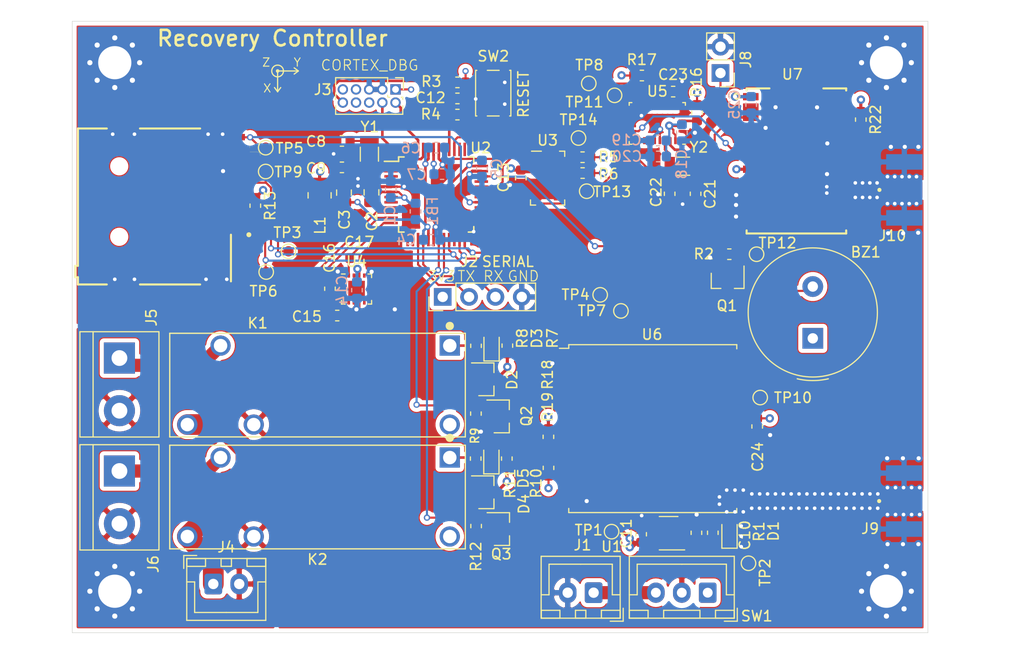
<source format=kicad_pcb>
(kicad_pcb (version 20171130) (host pcbnew "(5.1.4)-1")
  (layers (0 F.Cu signal) (1 In1.Cu signal) (2 In2.Cu signal) (31 B.Cu signal) (34 B.Paste user) (35 F.Paste user) (36 B.SilkS user) (37 F.SilkS user) (38 B.Mask user) (39 F.Mask user) (44 Edge.Cuts user))
  (net 0 "")
  (net 1 "Net-(BZ1-Pad2)")
  (net 2 +3V3)
  (net 3 GND)
  (net 4 "Net-(C3-Pad1)")
  (net 5 +BATT)
  (net 6 /Xout)
  (net 7 /Yout)
  (net 8 /Zout)
  (net 9 "Net-(D1-Pad2)")
  (net 10 "Net-(D2-Pad2)")
  (net 11 "Net-(D3-Pad2)")
  (net 12 "Net-(J5-Pad1)")
  (net 13 /SD_CS)
  (net 14 /MISO)
  (net 15 /CLK)
  (net 16 /MOSI)
  (net 17 +9V)
  (net 18 /BUZZER)
  (net 19 /SCL)
  (net 20 /SDA)
  (net 21 /IMU_RESET)
  (net 22 /RADIO_RESET)
  (net 23 /RADIO_CS)
  (net 24 /gps-module/~RST)
  (net 25 /RADIO_IO)
  (net 26 /IMU_INT)
  (net 27 /IN2)
  (net 28 /IN1)
  (net 29 "Net-(U3-Pad6)")
  (net 30 "Net-(U6-Pad12)")
  (net 31 "Net-(U6-Pad7)")
  (net 32 "Net-(U7-Pad16)")
  (net 33 "Net-(U7-Pad7)")
  (net 34 GNDPWR)
  (net 35 "Net-(C7-Pad1)")
  (net 36 /radio-915-lora/LoRa_RF)
  (net 37 /gps-module/GPS_RF)
  (net 38 /UART_TX)
  (net 39 /UART_RX)
  (net 40 "Net-(C1-Pad1)")
  (net 41 "Net-(C8-Pad2)")
  (net 42 "Net-(C9-Pad2)")
  (net 43 "Net-(C12-Pad1)")
  (net 44 "Net-(C21-Pad2)")
  (net 45 "Net-(C22-Pad2)")
  (net 46 "Net-(C23-Pad1)")
  (net 47 "Net-(D4-Pad2)")
  (net 48 "Net-(D5-Pad2)")
  (net 49 "Net-(J1-Pad1)")
  (net 50 "Net-(J3-Pad9)")
  (net 51 "Net-(J3-Pad8)")
  (net 52 "Net-(J3-Pad7)")
  (net 53 "Net-(J3-Pad6)")
  (net 54 "Net-(J3-Pad4)")
  (net 55 "Net-(J3-Pad2)")
  (net 56 "Net-(J6-Pad1)")
  (net 57 "Net-(J7-PadP8)")
  (net 58 "Net-(J7-PadP2)")
  (net 59 "Net-(J7-PadP1)")
  (net 60 "Net-(J8-Pad1)")
  (net 61 "Net-(R4-Pad2)")
  (net 62 "Net-(SW1-Pad1)")
  (net 63 "Net-(U2-Pad48)")
  (net 64 "Net-(U2-Pad47)")
  (net 65 "Net-(U2-Pad38)")
  (net 66 "Net-(U2-Pad37)")
  (net 67 "Net-(U2-Pad33)")
  (net 68 "Net-(U2-Pad30)")
  (net 69 "Net-(U2-Pad28)")
  (net 70 "Net-(U2-Pad22)")
  (net 71 "Net-(U2-Pad14)")
  (net 72 "Net-(U2-Pad13)")
  (net 73 "Net-(U2-Pad9)")
  (net 74 "Net-(U2-Pad8)")
  (net 75 "Net-(U2-Pad7)")
  (net 76 "Net-(U2-Pad4)")
  (net 77 "Net-(U2-Pad3)")
  (net 78 "Net-(U5-Pad13)")
  (net 79 "Net-(U5-Pad12)")
  (net 80 "Net-(U5-Pad10)")
  (net 81 "Net-(U5-Pad8)")
  (net 82 "Net-(U5-Pad7)")
  (net 83 "Net-(U5-Pad21)")
  (net 84 "Net-(U5-Pad22)")
  (net 85 "Net-(U5-Pad23)")
  (net 86 "Net-(U5-Pad24)")
  (net 87 "Net-(U5-Pad1)")
  (net 88 "Net-(U6-Pad16)")
  (net 89 "Net-(U6-Pad15)")
  (net 90 "Net-(U6-Pad11)")
  (net 91 "Net-(U7-Pad2)")
  (net 92 "Net-(U7-Pad20)")
  (net 93 "Net-(U7-Pad24)")
  (net 94 "Net-(U7-Pad25)")
  (net 95 "Net-(U7-Pad26)")
  (net 96 "Net-(U7-Pad30)")
  (net 97 "Net-(U7-Pad28)")
  (net 98 "Net-(U7-Pad29)")
  (net 99 "Net-(K1-Pad1)")
  (net 100 "Net-(K2-Pad1)")
  (net 101 "Net-(U1-Pad4)")
  (module Parts:LFCSP-16-3X3 (layer F.Cu) (at 119.911 92.340569)
    (fp_text reference U4 (at 0 -2.65) (layer F.SilkS))
    (fp_text value ADXL377)
    (pad EXP smd rect (at 0 0) (size 1.6 1.6) (layers F.Cu))
    (pad 16 smd rect (at -0.75 -1.3) (size 0.25 0.4) (layers F.Cu F.Paste F.Mask) (net 8 /Zout))
    (pad 15 smd rect (at -0.25 -1.3) (size 0.25 0.4) (layers F.Cu F.Paste F.Mask) (net 2 +3V3))
    (pad 14 smd rect (at 0.25 -1.3) (size 0.25 0.4) (layers F.Cu F.Paste F.Mask) (net 2 +3V3))
    (pad 13 smd rect (at 0.75 -1.3) (size 0.25 0.4) (layers F.Cu F.Paste F.Mask))
    (pad 12 smd rect (at 1.3 -0.75) (size 0.4 0.25) (layers F.Cu F.Paste F.Mask))
    (pad 11 smd rect (at 1.3 -0.25) (size 0.4 0.25) (layers F.Cu F.Paste F.Mask))
    (pad 10 smd rect (at 1.3 0.25) (size 0.4 0.25) (layers F.Cu F.Paste F.Mask))
    (pad 9 smd rect (at 1.3 0.75) (size 0.4 0.25) (layers F.Cu F.Paste F.Mask))
    (pad 8 smd rect (at 0.75 1.3) (size 0.25 0.4) (layers F.Cu F.Paste F.Mask))
    (pad 7 smd rect (at 0.25 1.3) (size 0.25 0.4) (layers F.Cu F.Paste F.Mask) (net 3 GND))
    (pad 6 smd rect (at -0.25 1.3) (size 0.25 0.4) (layers F.Cu F.Paste F.Mask) (net 3 GND))
    (pad 5 smd rect (at -0.75 1.3) (size 0.25 0.4) (layers F.Cu F.Paste F.Mask) (net 6 /Xout))
    (pad 4 smd rect (at -1.3 0.75) (size 0.4 0.25) (layers F.Cu F.Paste F.Mask) (net 7 /Yout))
    (pad 3 smd rect (at -1.3 0.25) (size 0.4 0.25) (layers F.Cu F.Paste F.Mask))
    (pad 2 smd rect (at -1.3 -0.25) (size 0.4 0.25) (layers F.Cu F.Paste F.Mask) (net 3 GND))
    (pad 1 smd rect (at -1.3 -0.75) (size 0.4 0.25) (layers F.Cu F.Paste F.Mask))
  )
  (module Parts:GCT_MEM2075-00-140-01-A (layer F.Cu) (at 97.03 83.9 270)
    (fp_text reference J7 (at -5.125 -13.135 90) (layer F.SilkS) (effects (font (thickness 0.015))))
    (fp_text value MEM2075-00-140-01-A)
    (pad SH4 smd rect (at 8.55 -0.42 270) (size 1.1 2.4) (layers F.Cu F.Paste F.Mask) (net 3 GND))
    (pad SH3 smd rect (at 8.55 -9.42 270) (size 1.1 2.4) (layers F.Cu F.Paste F.Mask) (net 3 GND))
    (pad SH2 smd rect (at -7.6 -9.42 270) (size 1.1 2.4) (layers F.Cu F.Paste F.Mask) (net 3 GND))
    (pad SH1 smd rect (at -7.6 -0.42 270) (size 1.1 2.4) (layers F.Cu F.Paste F.Mask) (net 3 GND))
    (pad None np_thru_hole circle (at 3.4 0 270) (size 0.95 0.95) (drill 0.95) (layers *.Cu *.Mask))
    (pad None np_thru_hole circle (at -3.4 0 270) (size 0.95 0.95) (drill 0.95) (layers *.Cu *.Mask))
    (pad P9 smd rect (at -6.22 -11.42 270) (size 0.62 1.4) (layers F.Cu F.Paste F.Mask) (net 13 /SD_CS))
    (pad P8 smd rect (at -5.12 -11.42 270) (size 0.62 1.4) (layers F.Cu F.Paste F.Mask) (net 57 "Net-(J7-PadP8)"))
    (pad P7 smd rect (at -4.02 -11.42 270) (size 0.62 1.4) (layers F.Cu F.Paste F.Mask) (net 14 /MISO))
    (pad P6 smd rect (at -2.92 -11.42 270) (size 0.62 1.4) (layers F.Cu F.Paste F.Mask) (net 3 GND))
    (pad P5 smd rect (at -1.82 -11.42 270) (size 0.62 1.4) (layers F.Cu F.Paste F.Mask) (net 15 /CLK))
    (pad P4 smd rect (at -0.72 -11.42 270) (size 0.62 1.4) (layers F.Cu F.Paste F.Mask) (net 2 +3V3))
    (pad P3 smd rect (at 0.38 -11.42 270) (size 0.62 1.4) (layers F.Cu F.Paste F.Mask) (net 16 /MOSI))
    (pad P2 smd rect (at 1.48 -11.42 270) (size 0.62 1.4) (layers F.Cu F.Paste F.Mask) (net 58 "Net-(J7-PadP2)"))
    (pad P1 smd rect (at 2.58 -11.42 270) (size 0.62 1.4) (layers F.Cu F.Paste F.Mask) (net 59 "Net-(J7-PadP1)"))
  )
  (module MountingHole:MountingHole_3.2mm_M3_Pad_Via (layer F.Cu) (at 171 121.5)
    (fp_text reference H4)
    (fp_text value MountingHole)
    (pad 1 thru_hole circle (at 1.697056 -1.697056) (size 0.8 0.8) (drill 0.5) (layers *.Cu *.Mask))
    (pad 1 thru_hole circle (at 0 -2.4) (size 0.8 0.8) (drill 0.5) (layers *.Cu *.Mask))
    (pad 1 thru_hole circle (at -1.697056 -1.697056) (size 0.8 0.8) (drill 0.5) (layers *.Cu *.Mask))
    (pad 1 thru_hole circle (at -2.4 0) (size 0.8 0.8) (drill 0.5) (layers *.Cu *.Mask))
    (pad 1 thru_hole circle (at -1.697056 1.697056) (size 0.8 0.8) (drill 0.5) (layers *.Cu *.Mask))
    (pad 1 thru_hole circle (at 0 2.4) (size 0.8 0.8) (drill 0.5) (layers *.Cu *.Mask))
    (pad 1 thru_hole circle (at 1.697056 1.697056) (size 0.8 0.8) (drill 0.5) (layers *.Cu *.Mask))
    (pad 1 thru_hole circle (at 2.4 0) (size 0.8 0.8) (drill 0.5) (layers *.Cu *.Mask))
    (pad 1 thru_hole circle (at 0 0) (size 6.4 6.4) (drill 3.2) (layers *.Cu *.Mask))
  )
  (module MountingHole:MountingHole_3.2mm_M3_Pad_Via (layer F.Cu) (at 96.6 121.5)
    (fp_text reference H3)
    (fp_text value MountingHole)
    (pad 1 thru_hole circle (at 1.697056 -1.697056) (size 0.8 0.8) (drill 0.5) (layers *.Cu *.Mask))
    (pad 1 thru_hole circle (at 0 -2.4) (size 0.8 0.8) (drill 0.5) (layers *.Cu *.Mask))
    (pad 1 thru_hole circle (at -1.697056 -1.697056) (size 0.8 0.8) (drill 0.5) (layers *.Cu *.Mask))
    (pad 1 thru_hole circle (at -2.4 0) (size 0.8 0.8) (drill 0.5) (layers *.Cu *.Mask))
    (pad 1 thru_hole circle (at -1.697056 1.697056) (size 0.8 0.8) (drill 0.5) (layers *.Cu *.Mask))
    (pad 1 thru_hole circle (at 0 2.4) (size 0.8 0.8) (drill 0.5) (layers *.Cu *.Mask))
    (pad 1 thru_hole circle (at 1.697056 1.697056) (size 0.8 0.8) (drill 0.5) (layers *.Cu *.Mask))
    (pad 1 thru_hole circle (at 2.4 0) (size 0.8 0.8) (drill 0.5) (layers *.Cu *.Mask))
    (pad 1 thru_hole circle (at 0 0) (size 6.4 6.4) (drill 3.2) (layers *.Cu *.Mask))
  )
  (module MountingHole:MountingHole_3.2mm_M3_Pad_Via (layer F.Cu) (at 171 70.5)
    (fp_text reference H2)
    (fp_text value MountingHole)
    (pad 1 thru_hole circle (at 1.697056 -1.697056) (size 0.8 0.8) (drill 0.5) (layers *.Cu *.Mask))
    (pad 1 thru_hole circle (at 0 -2.4) (size 0.8 0.8) (drill 0.5) (layers *.Cu *.Mask))
    (pad 1 thru_hole circle (at -1.697056 -1.697056) (size 0.8 0.8) (drill 0.5) (layers *.Cu *.Mask))
    (pad 1 thru_hole circle (at -2.4 0) (size 0.8 0.8) (drill 0.5) (layers *.Cu *.Mask))
    (pad 1 thru_hole circle (at -1.697056 1.697056) (size 0.8 0.8) (drill 0.5) (layers *.Cu *.Mask))
    (pad 1 thru_hole circle (at 0 2.4) (size 0.8 0.8) (drill 0.5) (layers *.Cu *.Mask))
    (pad 1 thru_hole circle (at 1.697056 1.697056) (size 0.8 0.8) (drill 0.5) (layers *.Cu *.Mask))
    (pad 1 thru_hole circle (at 2.4 0) (size 0.8 0.8) (drill 0.5) (layers *.Cu *.Mask))
    (pad 1 thru_hole circle (at 0 0) (size 6.4 6.4) (drill 3.2) (layers *.Cu *.Mask))
  )
  (module MountingHole:MountingHole_3.2mm_M3_Pad_Via (layer F.Cu) (at 96.6 70.5)
    (fp_text reference H1)
    (fp_text value MountingHole)
    (pad 1 thru_hole circle (at 1.697056 -1.697056) (size 0.8 0.8) (drill 0.5) (layers *.Cu *.Mask))
    (pad 1 thru_hole circle (at 0 -2.4) (size 0.8 0.8) (drill 0.5) (layers *.Cu *.Mask))
    (pad 1 thru_hole circle (at -1.697056 -1.697056) (size 0.8 0.8) (drill 0.5) (layers *.Cu *.Mask))
    (pad 1 thru_hole circle (at -2.4 0) (size 0.8 0.8) (drill 0.5) (layers *.Cu *.Mask))
    (pad 1 thru_hole circle (at -1.697056 1.697056) (size 0.8 0.8) (drill 0.5) (layers *.Cu *.Mask))
    (pad 1 thru_hole circle (at 0 2.4) (size 0.8 0.8) (drill 0.5) (layers *.Cu *.Mask))
    (pad 1 thru_hole circle (at 1.697056 1.697056) (size 0.8 0.8) (drill 0.5) (layers *.Cu *.Mask))
    (pad 1 thru_hole circle (at 2.4 0) (size 0.8 0.8) (drill 0.5) (layers *.Cu *.Mask))
    (pad 1 thru_hole circle (at 0 0) (size 6.4 6.4) (drill 3.2) (layers *.Cu *.Mask))
  )
  (module Package_TO_SOT_SMD:SOT-23-5 (layer F.Cu) (at 150 115.9 180)
    (fp_text reference U1 (at 5.5 -1.3) (layer F.SilkS))
    (fp_text value AP7366-33W5-7)
    (pad 5 smd rect (at 1.1 -0.95 180) (size 1.06 0.65) (layers F.Cu F.Paste F.Mask) (net 2 +3V3))
    (pad 4 smd rect (at 1.1 0.95 180) (size 1.06 0.65) (layers F.Cu F.Paste F.Mask) (net 101 "Net-(U1-Pad4)"))
    (pad 3 smd rect (at -1.1 0.95 180) (size 1.06 0.65) (layers F.Cu F.Paste F.Mask) (net 5 +BATT))
    (pad 2 smd rect (at -1.1 0 180) (size 1.06 0.65) (layers F.Cu F.Paste F.Mask) (net 3 GND))
    (pad 1 smd rect (at -1.1 -0.95 180) (size 1.06 0.65) (layers F.Cu F.Paste F.Mask) (net 5 +BATT))
  )
  (module Parts:RELAY_G6RL-1 (layer F.Cu) (at 128.9 108.6 180)
    (fp_text reference K2 (at 12.76 -9.83) (layer F.SilkS))
    (fp_text value G6RL-14-ASI-DC3)
    (pad 2 thru_hole circle (at 22.1 0 180) (size 1.95 1.95) (drill 1.3) (layers *.Cu *.Mask) (net 56 "Net-(J6-Pad1)"))
    (pad 3 thru_hole circle (at 25.3 -7.62 180) (size 1.95 1.95) (drill 1.3) (layers *.Cu *.Mask) (net 17 +9V))
    (pad 4 thru_hole circle (at 18.9 -7.62 180) (size 1.95 1.95) (drill 1.3) (layers *.Cu *.Mask) (net 34 GNDPWR))
    (pad 5 thru_hole circle (at 0 -7.62 180) (size 1.95 1.95) (drill 1.3) (layers *.Cu *.Mask) (net 2 +3V3))
    (pad 1 thru_hole rect (at 0 0 180) (size 1.95 1.95) (drill 1.3) (layers *.Cu *.Mask) (net 100 "Net-(K2-Pad1)"))
  )
  (module Parts:RELAY_G6RL-1 (layer F.Cu) (at 128.9 97.8 180)
    (fp_text reference K1 (at 18.52 2.17) (layer F.SilkS))
    (fp_text value G6RL-14-ASI-DC3)
    (pad 2 thru_hole circle (at 22.1 0 180) (size 1.95 1.95) (drill 1.3) (layers *.Cu *.Mask) (net 12 "Net-(J5-Pad1)"))
    (pad 3 thru_hole circle (at 25.3 -7.62 180) (size 1.95 1.95) (drill 1.3) (layers *.Cu *.Mask) (net 17 +9V))
    (pad 4 thru_hole circle (at 18.9 -7.62 180) (size 1.95 1.95) (drill 1.3) (layers *.Cu *.Mask) (net 34 GNDPWR))
    (pad 5 thru_hole circle (at 0 -7.62 180) (size 1.95 1.95) (drill 1.3) (layers *.Cu *.Mask) (net 2 +3V3))
    (pad 1 thru_hole rect (at 0 0 180) (size 1.95 1.95) (drill 1.3) (layers *.Cu *.Mask) (net 99 "Net-(K1-Pad1)"))
  )
  (module Parts:LGA-28_5.2x3.8mm_P0.5mm (layer F.Cu) (at 148.908431 76.36 180)
    (fp_text reference U5 (at 0 3.1 180) (layer F.SilkS))
    (fp_text value BNO055)
    (pad 19 smd rect (at 2.3875 -0.75 270) (size 0.254 0.675) (layers F.Cu F.Paste F.Mask) (net 19 /SCL))
    (pad 6 smd rect (at -2.25 1.6625 180) (size 0.254 0.675) (layers F.Cu F.Paste F.Mask) (net 3 GND))
    (pad 2 smd rect (at -2.3875 -0.75 270) (size 0.254 0.675) (layers F.Cu F.Paste F.Mask) (net 3 GND))
    (pad 1 smd rect (at -2.25 -1.6625 180) (size 0.254 0.675) (layers F.Cu F.Paste F.Mask) (net 87 "Net-(U5-Pad1)"))
    (pad 3 smd rect (at -2.3875 -0.25 270) (size 0.254 0.675) (layers F.Cu F.Paste F.Mask) (net 2 +3V3))
    (pad 4 smd rect (at -2.3875 0.25 270) (size 0.254 0.675) (layers F.Cu F.Paste F.Mask) (net 60 "Net-(J8-Pad1)"))
    (pad 5 smd rect (at -2.3875 0.75 270) (size 0.254 0.675) (layers F.Cu F.Paste F.Mask) (net 3 GND))
    (pad 28 smd rect (at -1.75 -1.6625 180) (size 0.254 0.675) (layers F.Cu F.Paste F.Mask) (net 2 +3V3))
    (pad 27 smd rect (at -1.25 -1.6625 180) (size 0.254 0.675) (layers F.Cu F.Paste F.Mask) (net 45 "Net-(C22-Pad2)"))
    (pad 26 smd rect (at -0.75 -1.6625 180) (size 0.254 0.675) (layers F.Cu F.Paste F.Mask) (net 44 "Net-(C21-Pad2)"))
    (pad 25 smd rect (at -0.25 -1.6625 180) (size 0.254 0.675) (layers F.Cu F.Paste F.Mask) (net 3 GND))
    (pad 24 smd rect (at 0.25 -1.6625 180) (size 0.254 0.675) (layers F.Cu F.Paste F.Mask) (net 86 "Net-(U5-Pad24)"))
    (pad 23 smd rect (at 0.75 -1.6625 180) (size 0.254 0.675) (layers F.Cu F.Paste F.Mask) (net 85 "Net-(U5-Pad23)"))
    (pad 22 smd rect (at 1.25 -1.6625 180) (size 0.254 0.675) (layers F.Cu F.Paste F.Mask) (net 84 "Net-(U5-Pad22)"))
    (pad 21 smd rect (at 1.75 -1.6625 180) (size 0.254 0.675) (layers F.Cu F.Paste F.Mask) (net 83 "Net-(U5-Pad21)"))
    (pad 20 smd rect (at 2.25 -1.6625 180) (size 0.254 0.675) (layers F.Cu F.Paste F.Mask) (net 20 /SDA))
    (pad 7 smd rect (at -1.75 1.6625 180) (size 0.254 0.675) (layers F.Cu F.Paste F.Mask) (net 82 "Net-(U5-Pad7)"))
    (pad 8 smd rect (at -1.25 1.6625 180) (size 0.254 0.675) (layers F.Cu F.Paste F.Mask) (net 81 "Net-(U5-Pad8)"))
    (pad 9 smd rect (at -0.75 1.6625 180) (size 0.254 0.675) (layers F.Cu F.Paste F.Mask) (net 46 "Net-(C23-Pad1)"))
    (pad 10 smd rect (at -0.25 1.6625 180) (size 0.254 0.675) (layers F.Cu F.Paste F.Mask) (net 80 "Net-(U5-Pad10)"))
    (pad 11 smd rect (at 0.25 1.6625 180) (size 0.254 0.675) (layers F.Cu F.Paste F.Mask) (net 21 /IMU_RESET))
    (pad 12 smd rect (at 0.75 1.6625 180) (size 0.254 0.675) (layers F.Cu F.Paste F.Mask) (net 79 "Net-(U5-Pad12)"))
    (pad 13 smd rect (at 1.25 1.6625 180) (size 0.254 0.675) (layers F.Cu F.Paste F.Mask) (net 78 "Net-(U5-Pad13)"))
    (pad 14 smd rect (at 1.75 1.6625 180) (size 0.254 0.675) (layers F.Cu F.Paste F.Mask) (net 26 /IMU_INT))
    (pad 15 smd rect (at 2.25 1.6625 180) (size 0.254 0.675) (layers F.Cu F.Paste F.Mask) (net 3 GND))
    (pad 18 smd rect (at 2.3875 -0.25 270) (size 0.254 0.675) (layers F.Cu F.Paste F.Mask) (net 3 GND))
    (pad 17 smd rect (at 2.3875 0.25 270) (size 0.254 0.675) (layers F.Cu F.Paste F.Mask) (net 3 GND))
    (pad 16 smd rect (at 2.3875 0.75 270) (size 0.254 0.675) (layers F.Cu F.Paste F.Mask) (net 3 GND))
  )
  (module Parts:RFSOLUTIONS_CON-SMA-EDGE-S (layer F.Cu) (at 172.7 112.8 180)
    (fp_text reference J9 (at 3.27 -2.66) (layer F.SilkS))
    (fp_text value SMA_LORA)
    (pad G4 smd rect (at 0 2.7 180) (size 3.5 1.5) (layers B.Cu B.Paste B.Mask) (net 3 GND))
    (pad G3 smd rect (at 0 -2.7 180) (size 3.5 1.5) (layers B.Cu B.Paste B.Mask) (net 3 GND))
    (pad G2 smd rect (at 0 2.7 180) (size 3.5 1.5) (layers F.Cu F.Paste F.Mask) (net 3 GND))
    (pad G1 smd rect (at 0 -2.7 180) (size 3.5 1.5) (layers F.Cu F.Paste F.Mask) (net 3 GND))
    (pad 1 smd rect (at 0 0 180) (size 3.5 1.5) (layers F.Cu F.Paste F.Mask) (net 36 /radio-915-lora/LoRa_RF))
  )
  (module Parts:RFSOLUTIONS_CON-SMA-EDGE-S (layer F.Cu) (at 172.725 82.775 180)
    (fp_text reference J10 (at 1.15 -4.42) (layer F.SilkS))
    (fp_text value SMA_GPS)
    (pad G4 smd rect (at 0 2.7 180) (size 3.5 1.5) (layers B.Cu B.Paste B.Mask) (net 3 GND))
    (pad G3 smd rect (at 0 -2.7 180) (size 3.5 1.5) (layers B.Cu B.Paste B.Mask) (net 3 GND))
    (pad G2 smd rect (at 0 2.7 180) (size 3.5 1.5) (layers F.Cu F.Paste F.Mask) (net 3 GND))
    (pad G1 smd rect (at 0 -2.7 180) (size 3.5 1.5) (layers F.Cu F.Paste F.Mask) (net 3 GND))
    (pad 1 smd rect (at 0 0 180) (size 3.5 1.5) (layers F.Cu F.Paste F.Mask) (net 37 /gps-module/GPS_RF))
  )
  (module Capacitor_SMD:C_0603_1608Metric (layer B.Cu) (at 132 80.7 90)
    (fp_text reference C5 (at 0 1.43 90) (layer B.SilkS) (effects (justify mirror)))
    (fp_text value 100n)
    (pad 2 smd roundrect (at 0.775 0 90) (size 0.9 0.95) (layers B.Cu B.Paste B.Mask) (net 4 "Net-(C3-Pad1)"))
    (pad 1 smd roundrect (at -0.775 0 90) (size 0.9 0.95) (layers B.Cu B.Paste B.Mask) (net 3 GND))
  )
  (module Connector_PinHeader_2.54mm:PinHeader_1x04_P2.54mm_Vertical (layer F.Cu) (at 128.22 93.1 90)
    (fp_text reference J2 (at 3.4 2.58 180) (layer F.SilkS))
    (fp_text value Conn_01x04_Male)
    (pad 1 thru_hole rect (at 0 0 90) (size 1.7 1.7) (drill 1) (layers *.Cu *.Mask) (net 2 +3V3))
    (pad 2 thru_hole oval (at 0 2.54 90) (size 1.7 1.7) (drill 1) (layers *.Cu *.Mask) (net 38 /UART_TX))
    (pad 3 thru_hole oval (at 0 5.08 90) (size 1.7 1.7) (drill 1) (layers *.Cu *.Mask) (net 39 /UART_RX))
    (pad 4 thru_hole oval (at 0 7.62 90) (size 1.7 1.7) (drill 1) (layers *.Cu *.Mask) (net 3 GND))
  )
  (module Capacitor_SMD:C_0603_1608Metric (layer B.Cu) (at 119.95 92.45 270)
    (fp_text reference C14 (at 0 1.43 270) (layer B.SilkS) (effects (justify mirror)))
    (fp_text value 0.1u)
    (pad 2 smd roundrect (at 0.7875 0 270) (size 0.875 0.95) (layers B.Cu B.Paste B.Mask) (net 3 GND))
    (pad 1 smd roundrect (at -0.7875 0 270) (size 0.875 0.95) (layers B.Cu B.Paste B.Mask) (net 2 +3V3))
  )
  (module Capacitor_SMD:C_0805_2012Metric (layer F.Cu) (at 121.35 83.0125 90)
    (fp_text reference C2 (at -2.7875 0.05 90) (layer F.SilkS))
    (fp_text value 10u)
    (pad 2 smd roundrect (at 0.9375 0 90) (size 0.975 1.4) (layers F.Cu F.Paste F.Mask) (net 3 GND))
    (pad 1 smd roundrect (at -0.9375 0 90) (size 0.975 1.4) (layers F.Cu F.Paste F.Mask) (net 40 "Net-(C1-Pad1)"))
  )
  (module Capacitor_SMD:C_0805_2012Metric (layer F.Cu) (at 118.7 83.0375 90)
    (fp_text reference C3 (at -2.6125 0.05 270) (layer F.SilkS))
    (fp_text value 10u)
    (pad 2 smd roundrect (at 0.9375 0 90) (size 0.975 1.4) (layers F.Cu F.Paste F.Mask) (net 3 GND))
    (pad 1 smd roundrect (at -0.9375 0 90) (size 0.975 1.4) (layers F.Cu F.Paste F.Mask) (net 4 "Net-(C3-Pad1)"))
  )
  (module Connector_JST:JST_XH_B2B-XH-A_1x02_P2.50mm_Vertical (layer F.Cu) (at 106.1 120.8)
    (fp_text reference J4 (at 1.25 -3.55) (layer F.SilkS))
    (fp_text value 9V_INPUT)
    (pad 2 thru_hole oval (at 2.5 0) (size 1.7 2) (drill 1) (layers *.Cu *.Mask) (net 34 GNDPWR))
    (pad 1 thru_hole roundrect (at 0 0) (size 1.7 2) (drill 1) (layers *.Cu *.Mask) (roundrect_rratio 0.147059) (net 17 +9V))
  )
  (module Resistor_SMD:R_0603_1608Metric (layer F.Cu) (at 131.44 115.21 270)
    (fp_text reference R12 (at 2.94 0.01 90) (layer F.SilkS))
    (fp_text value 1M)
    (pad 2 smd roundrect (at 0.7875 0 270) (size 0.875 0.95) (layers F.Cu F.Paste F.Mask) (net 3 GND))
    (pad 1 smd roundrect (at -0.7875 0 270) (size 0.875 0.95) (layers F.Cu F.Paste F.Mask) (net 27 /IN2))
  )
  (module Resistor_SMD:R_0603_1608Metric (layer F.Cu) (at 131.42 104.3575 270)
    (fp_text reference R9 (at 2.1425 0.1 270) (layer F.SilkS) (effects (font (size 0.8 0.8))))
    (fp_text value 1M)
    (pad 2 smd roundrect (at 0.7875 0 270) (size 0.875 0.95) (layers F.Cu F.Paste F.Mask) (net 3 GND))
    (pad 1 smd roundrect (at -0.7875 0 270) (size 0.875 0.95) (layers F.Cu F.Paste F.Mask) (net 28 /IN1))
  )
  (module Package_TO_SOT_SMD:SOT-23 (layer F.Cu) (at 133.9 115.5)
    (fp_text reference Q3 (at -0.04 2.42) (layer F.SilkS))
    (fp_text value BSS138)
    (pad 3 smd rect (at 1 0) (size 0.9 0.8) (layers F.Cu F.Paste F.Mask) (net 47 "Net-(D4-Pad2)"))
    (pad 2 smd rect (at -1 0.95) (size 0.9 0.8) (layers F.Cu F.Paste F.Mask) (net 3 GND))
    (pad 1 smd rect (at -1 -0.95) (size 0.9 0.8) (layers F.Cu F.Paste F.Mask) (net 27 /IN2))
  )
  (module Package_TO_SOT_SMD:SOT-23 (layer F.Cu) (at 133.88 104.63)
    (fp_text reference Q2 (at 2.42 -0.03 270) (layer F.SilkS))
    (fp_text value BSS138)
    (pad 1 smd rect (at -1 -0.95) (size 0.9 0.8) (layers F.Cu F.Paste F.Mask) (net 28 /IN1))
    (pad 2 smd rect (at -1 0.95) (size 0.9 0.8) (layers F.Cu F.Paste F.Mask) (net 3 GND))
    (pad 3 smd rect (at 1 0) (size 0.9 0.8) (layers F.Cu F.Paste F.Mask) (net 10 "Net-(D2-Pad2)"))
  )
  (module Diode_SMD:D_SOT-23_ANK (layer F.Cu) (at 132.4 111.95)
    (fp_text reference D4 (at 3.65 1.13 270) (layer F.SilkS))
    (fp_text value D)
    (pad 1 smd rect (at 1 0) (size 0.9 0.8) (layers F.Cu F.Paste F.Mask) (net 2 +3V3))
    (pad "" smd rect (at -1 0.95) (size 0.9 0.8) (layers F.Cu F.Paste F.Mask))
    (pad 2 smd rect (at -1 -0.95) (size 0.9 0.8) (layers F.Cu F.Paste F.Mask) (net 47 "Net-(D4-Pad2)"))
  )
  (module Diode_SMD:D_SOT-23_ANK (layer F.Cu) (at 132.4 101.05)
    (fp_text reference D2 (at 2.5 0.05 90) (layer F.SilkS))
    (fp_text value D)
    (pad 1 smd rect (at 1 0) (size 0.9 0.8) (layers F.Cu F.Paste F.Mask) (net 2 +3V3))
    (pad "" smd rect (at -1 0.95) (size 0.9 0.8) (layers F.Cu F.Paste F.Mask))
    (pad 2 smd rect (at -1 -0.95) (size 0.9 0.8) (layers F.Cu F.Paste F.Mask) (net 10 "Net-(D2-Pad2)"))
  )
  (module Crystal:Crystal_SMD_3215-2Pin_3.2x1.5mm (layer F.Cu) (at 151.36 80.49 180)
    (fp_text reference Y2 (at -1.56 1.83) (layer F.SilkS))
    (fp_text value 32.768k)
    (pad 2 smd rect (at -1.25 0 180) (size 1 1.8) (layers F.Cu F.Paste F.Mask) (net 45 "Net-(C22-Pad2)"))
    (pad 1 smd rect (at 1.25 0 180) (size 1 1.8) (layers F.Cu F.Paste F.Mask) (net 44 "Net-(C21-Pad2)"))
  )
  (module Crystal:Crystal_SMD_3215-2Pin_3.2x1.5mm (layer F.Cu) (at 121.15 79.33 90)
    (fp_text reference Y1 (at 2.63 0.05 180) (layer F.SilkS))
    (fp_text value 32.768kHz)
    (pad 2 smd rect (at -1.25 0 90) (size 1 1.8) (layers F.Cu F.Paste F.Mask) (net 42 "Net-(C9-Pad2)"))
    (pad 1 smd rect (at 1.25 0 90) (size 1 1.8) (layers F.Cu F.Paste F.Mask) (net 41 "Net-(C8-Pad2)"))
  )
  (module Parts:CAM-M8 (layer F.Cu) (at 162.32 79.981569 270)
    (fp_text reference U7 (at -8.356569 0.395) (layer F.SilkS))
    (fp_text value CAM-M8)
    (pad 13 smd rect (at 5.95 4.4 270) (size 1 1.5) (layers F.Cu F.Paste F.Mask) (net 3 GND))
    (pad 12 smd rect (at 4.8 4.4 270) (size 0.7 1.5) (layers F.Cu F.Paste F.Mask) (net 3 GND))
    (pad 10 smd rect (at 2.8 4.4 270) (size 0.7 1.5) (layers F.Cu F.Paste F.Mask) (net 3 GND))
    (pad 11 smd rect (at 3.8 4.4 270) (size 0.7 1.5) (layers F.Cu F.Paste F.Mask) (net 3 GND))
    (pad 9 smd rect (at 1.8 4.4 270) (size 0.7 1.5) (layers F.Cu F.Paste F.Mask) (net 2 +3V3))
    (pad 8 smd rect (at 0.8 4.4 270) (size 0.7 1.5) (layers F.Cu F.Paste F.Mask) (net 2 +3V3))
    (pad 7 smd rect (at -0.2 4.4 270) (size 0.7 1.5) (layers F.Cu F.Paste F.Mask) (net 33 "Net-(U7-Pad7)"))
    (pad 6 smd rect (at -1.2 4.4 270) (size 0.7 1.5) (layers F.Cu F.Paste F.Mask) (net 19 /SCL))
    (pad 5 smd rect (at -2.2 4.4 270) (size 0.7 1.5) (layers F.Cu F.Paste F.Mask) (net 3 GND))
    (pad 4 smd rect (at -3.2 4.4 270) (size 0.7 1.5) (layers F.Cu F.Paste F.Mask) (net 3 GND))
    (pad 3 smd rect (at -4.2 4.4 270) (size 0.7 1.5) (layers F.Cu F.Paste F.Mask) (net 20 /SDA))
    (pad 2 smd rect (at -5.2 4.4 270) (size 0.7 1.5) (layers F.Cu F.Paste F.Mask) (net 91 "Net-(U7-Pad2)"))
    (pad 1 smd rect (at -6.2 4.4 270) (size 0.7 1.5) (layers F.Cu F.Paste F.Mask) (net 2 +3V3))
    (pad 14 smd rect (at 5.95 -4.4 270) (size 1 1.5) (layers F.Cu F.Paste F.Mask) (net 3 GND))
    (pad 15 smd rect (at 4.8 -4.4 270) (size 0.7 1.5) (layers F.Cu F.Paste F.Mask) (net 3 GND))
    (pad 17 smd rect (at 2.8 -4.4 270) (size 0.7 1.5) (layers F.Cu F.Paste F.Mask) (net 37 /gps-module/GPS_RF))
    (pad 16 smd rect (at 3.8 -4.4 270) (size 0.7 1.5) (layers F.Cu F.Paste F.Mask) (net 32 "Net-(U7-Pad16)"))
    (pad 18 smd rect (at 1.8 -4.4 270) (size 0.7 1.5) (layers F.Cu F.Paste F.Mask) (net 3 GND))
    (pad 19 smd rect (at 0.8 -4.4 270) (size 0.7 1.5) (layers F.Cu F.Paste F.Mask) (net 3 GND))
    (pad 20 smd rect (at -0.2 -4.4 270) (size 0.7 1.5) (layers F.Cu F.Paste F.Mask) (net 92 "Net-(U7-Pad20)"))
    (pad 21 smd rect (at -1.2 -4.4 270) (size 0.7 1.5) (layers F.Cu F.Paste F.Mask) (net 3 GND))
    (pad 22 smd rect (at -2.2 -4.4 270) (size 0.7 1.5) (layers F.Cu F.Paste F.Mask) (net 3 GND))
    (pad 23 smd rect (at -3.2 -4.4 270) (size 0.7 1.5) (layers F.Cu F.Paste F.Mask) (net 24 /gps-module/~RST))
    (pad 24 smd rect (at -4.2 -4.4 270) (size 0.7 1.5) (layers F.Cu F.Paste F.Mask) (net 93 "Net-(U7-Pad24)"))
    (pad 25 smd rect (at -5.2 -4.4 270) (size 0.7 1.5) (layers F.Cu F.Paste F.Mask) (net 94 "Net-(U7-Pad25)"))
    (pad 26 smd rect (at -6.2 -4.4 270) (size 0.7 1.5) (layers F.Cu F.Paste F.Mask) (net 95 "Net-(U7-Pad26)"))
    (pad 31 smd rect (at -6.6 2 270) (size 1.5 0.7) (layers F.Cu F.Paste F.Mask) (net 3 GND))
    (pad 30 smd rect (at -6.6 1 270) (size 1.5 0.7) (layers F.Cu F.Paste F.Mask) (net 96 "Net-(U7-Pad30)"))
    (pad 27 smd rect (at -6.6 -2 270) (size 1.5 0.7) (layers F.Cu F.Paste F.Mask) (net 3 GND))
    (pad 28 smd rect (at -6.6 -1 270) (size 1.5 0.7) (layers F.Cu F.Paste F.Mask) (net 97 "Net-(U7-Pad28)"))
    (pad 29 smd rect (at -6.6 0 270) (size 1.5 0.7) (layers F.Cu F.Paste F.Mask) (net 98 "Net-(U7-Pad29)"))
  )
  (module RF_Module:HOPERF_RFM9XW_SMD (layer F.Cu) (at 148.471569 105.81)
    (fp_text reference U6 (at -0.071569 -9.085) (layer F.SilkS))
    (fp_text value RFM95W-915S2)
    (pad 16 smd rect (at 8 -7) (size 2 1) (layers F.Cu F.Paste F.Mask) (net 88 "Net-(U6-Pad16)"))
    (pad 15 smd rect (at 8 -5) (size 2 1) (layers F.Cu F.Paste F.Mask) (net 89 "Net-(U6-Pad15)"))
    (pad 14 smd rect (at 8 -3) (size 2 1) (layers F.Cu F.Paste F.Mask) (net 25 /RADIO_IO))
    (pad 13 smd rect (at 8 -1) (size 2 1) (layers F.Cu F.Paste F.Mask) (net 2 +3V3))
    (pad 12 smd rect (at 8 1) (size 2 1) (layers F.Cu F.Paste F.Mask) (net 30 "Net-(U6-Pad12)"))
    (pad 11 smd rect (at 8 3) (size 2 1) (layers F.Cu F.Paste F.Mask) (net 90 "Net-(U6-Pad11)"))
    (pad 10 smd rect (at 8 5) (size 2 1) (layers F.Cu F.Paste F.Mask) (net 3 GND))
    (pad 9 smd rect (at 8 7) (size 2 1) (layers F.Cu F.Paste F.Mask) (net 36 /radio-915-lora/LoRa_RF))
    (pad 8 smd rect (at -8 7) (size 2 1) (layers F.Cu F.Paste F.Mask) (net 3 GND))
    (pad 7 smd rect (at -8 5) (size 2 1) (layers F.Cu F.Paste F.Mask) (net 31 "Net-(U6-Pad7)"))
    (pad 6 smd rect (at -8 3) (size 2 1) (layers F.Cu F.Paste F.Mask) (net 22 /RADIO_RESET))
    (pad 5 smd rect (at -8 1) (size 2 1) (layers F.Cu F.Paste F.Mask) (net 23 /RADIO_CS))
    (pad 4 smd rect (at -8 -1) (size 2 1) (layers F.Cu F.Paste F.Mask) (net 15 /CLK))
    (pad 3 smd rect (at -8 -3) (size 2 1) (layers F.Cu F.Paste F.Mask) (net 16 /MOSI))
    (pad 2 smd rect (at -8 -5) (size 2 1) (layers F.Cu F.Paste F.Mask) (net 14 /MISO))
    (pad 1 smd rect (at -8 -7) (size 2 1) (layers F.Cu F.Paste F.Mask) (net 3 GND))
  )
  (module Package_LGA:LGA-8_3x5mm_P1.25mm (layer F.Cu) (at 138.331569 81.64)
    (fp_text reference U3 (at 0 -3.65) (layer F.SilkS))
    (fp_text value MS5607-02BA)
    (pad 5 smd rect (at 1.075 1.875) (size 0.95 0.55) (layers F.Cu F.Paste F.Mask) (net 3 GND))
    (pad 6 smd rect (at 1.075 0.625) (size 0.95 0.55) (layers F.Cu F.Paste F.Mask) (net 29 "Net-(U3-Pad6)"))
    (pad 7 smd rect (at 1.075 -0.625) (size 0.95 0.55) (layers F.Cu F.Paste F.Mask) (net 20 /SDA))
    (pad 8 smd rect (at 1.075 -1.875) (size 0.95 0.55) (layers F.Cu F.Paste F.Mask) (net 19 /SCL))
    (pad 3 smd rect (at -1.075 0.625) (size 0.95 0.55) (layers F.Cu F.Paste F.Mask) (net 3 GND))
    (pad 2 smd rect (at -1.075 -0.625) (size 0.95 0.55) (layers F.Cu F.Paste F.Mask) (net 2 +3V3))
    (pad 1 smd rect (at -1.075 -1.875) (size 0.95 0.55) (layers F.Cu F.Paste F.Mask) (net 2 +3V3))
    (pad 4 smd rect (at -1.075 1.875) (size 0.95 0.55) (layers F.Cu F.Paste F.Mask) (net 3 GND))
  )
  (module Package_QFP:TQFP-48_7x7mm_P0.5mm (layer F.Cu) (at 127.591569 83.22)
    (fp_text reference U2 (at 4.283431 -4.495) (layer F.SilkS))
    (fp_text value ATSAMD21G18A-AUT)
    (pad 48 smd rect (at -2.75 -4.35 90) (size 1.3 0.25) (layers F.Cu F.Paste F.Mask) (net 63 "Net-(U2-Pad48)"))
    (pad 47 smd rect (at -2.25 -4.35 90) (size 1.3 0.25) (layers F.Cu F.Paste F.Mask) (net 64 "Net-(U2-Pad47)"))
    (pad 46 smd rect (at -1.75 -4.35 90) (size 1.3 0.25) (layers F.Cu F.Paste F.Mask) (net 55 "Net-(J3-Pad2)"))
    (pad 45 smd rect (at -1.25 -4.35 90) (size 1.3 0.25) (layers F.Cu F.Paste F.Mask) (net 54 "Net-(J3-Pad4)"))
    (pad 44 smd rect (at -0.75 -4.35 90) (size 1.3 0.25) (layers F.Cu F.Paste F.Mask) (net 4 "Net-(C3-Pad1)"))
    (pad 43 smd rect (at -0.25 -4.35 90) (size 1.3 0.25) (layers F.Cu F.Paste F.Mask) (net 35 "Net-(C7-Pad1)"))
    (pad 42 smd rect (at 0.25 -4.35 90) (size 1.3 0.25) (layers F.Cu F.Paste F.Mask) (net 3 GND))
    (pad 41 smd rect (at 0.75 -4.35 90) (size 1.3 0.25) (layers F.Cu F.Paste F.Mask) (net 26 /IMU_INT))
    (pad 40 smd rect (at 1.25 -4.35 90) (size 1.3 0.25) (layers F.Cu F.Paste F.Mask) (net 43 "Net-(C12-Pad1)"))
    (pad 39 smd rect (at 1.75 -4.35 90) (size 1.3 0.25) (layers F.Cu F.Paste F.Mask) (net 21 /IMU_RESET))
    (pad 38 smd rect (at 2.25 -4.35 90) (size 1.3 0.25) (layers F.Cu F.Paste F.Mask) (net 65 "Net-(U2-Pad38)"))
    (pad 37 smd rect (at 2.75 -4.35 90) (size 1.3 0.25) (layers F.Cu F.Paste F.Mask) (net 66 "Net-(U2-Pad37)"))
    (pad 36 smd rect (at 4.35 -2.75) (size 1.3 0.25) (layers F.Cu F.Paste F.Mask) (net 4 "Net-(C3-Pad1)"))
    (pad 35 smd rect (at 4.35 -2.25) (size 1.3 0.25) (layers F.Cu F.Paste F.Mask) (net 3 GND))
    (pad 34 smd rect (at 4.35 -1.75) (size 1.3 0.25) (layers F.Cu F.Paste F.Mask) (net 18 /BUZZER))
    (pad 33 smd rect (at 4.35 -1.25) (size 1.3 0.25) (layers F.Cu F.Paste F.Mask) (net 67 "Net-(U2-Pad33)"))
    (pad 32 smd rect (at 4.35 -0.75) (size 1.3 0.25) (layers F.Cu F.Paste F.Mask) (net 19 /SCL))
    (pad 31 smd rect (at 4.35 -0.25) (size 1.3 0.25) (layers F.Cu F.Paste F.Mask) (net 20 /SDA))
    (pad 30 smd rect (at 4.35 0.25) (size 1.3 0.25) (layers F.Cu F.Paste F.Mask) (net 68 "Net-(U2-Pad30)"))
    (pad 29 smd rect (at 4.35 0.75) (size 1.3 0.25) (layers F.Cu F.Paste F.Mask) (net 13 /SD_CS))
    (pad 28 smd rect (at 4.35 1.25) (size 1.3 0.25) (layers F.Cu F.Paste F.Mask) (net 69 "Net-(U2-Pad28)"))
    (pad 27 smd rect (at 4.35 1.75) (size 1.3 0.25) (layers F.Cu F.Paste F.Mask) (net 25 /RADIO_IO))
    (pad 26 smd rect (at 4.35 2.25) (size 1.3 0.25) (layers F.Cu F.Paste F.Mask) (net 22 /RADIO_RESET))
    (pad 25 smd rect (at 4.35 2.75) (size 1.3 0.25) (layers F.Cu F.Paste F.Mask) (net 23 /RADIO_CS))
    (pad 24 smd rect (at 2.75 4.35 90) (size 1.3 0.25) (layers F.Cu F.Paste F.Mask) (net 15 /CLK))
    (pad 23 smd rect (at 2.25 4.35 90) (size 1.3 0.25) (layers F.Cu F.Paste F.Mask) (net 16 /MOSI))
    (pad 22 smd rect (at 1.75 4.35 90) (size 1.3 0.25) (layers F.Cu F.Paste F.Mask) (net 70 "Net-(U2-Pad22)"))
    (pad 21 smd rect (at 1.25 4.35 90) (size 1.3 0.25) (layers F.Cu F.Paste F.Mask) (net 14 /MISO))
    (pad 20 smd rect (at 0.75 4.35 90) (size 1.3 0.25) (layers F.Cu F.Paste F.Mask) (net 27 /IN2))
    (pad 19 smd rect (at 0.25 4.35 90) (size 1.3 0.25) (layers F.Cu F.Paste F.Mask) (net 28 /IN1))
    (pad 18 smd rect (at -0.25 4.35 90) (size 1.3 0.25) (layers F.Cu F.Paste F.Mask) (net 3 GND))
    (pad 17 smd rect (at -0.75 4.35 90) (size 1.3 0.25) (layers F.Cu F.Paste F.Mask) (net 4 "Net-(C3-Pad1)"))
    (pad 16 smd rect (at -1.25 4.35 90) (size 1.3 0.25) (layers F.Cu F.Paste F.Mask) (net 39 /UART_RX))
    (pad 15 smd rect (at -1.75 4.35 90) (size 1.3 0.25) (layers F.Cu F.Paste F.Mask) (net 38 /UART_TX))
    (pad 14 smd rect (at -2.25 4.35 90) (size 1.3 0.25) (layers F.Cu F.Paste F.Mask) (net 71 "Net-(U2-Pad14)"))
    (pad 13 smd rect (at -2.75 4.35 90) (size 1.3 0.25) (layers F.Cu F.Paste F.Mask) (net 72 "Net-(U2-Pad13)"))
    (pad 12 smd rect (at -4.35 2.75) (size 1.3 0.25) (layers F.Cu F.Paste F.Mask) (net 8 /Zout))
    (pad 11 smd rect (at -4.35 2.25) (size 1.3 0.25) (layers F.Cu F.Paste F.Mask) (net 7 /Yout))
    (pad 10 smd rect (at -4.35 1.75) (size 1.3 0.25) (layers F.Cu F.Paste F.Mask) (net 6 /Xout))
    (pad 9 smd rect (at -4.35 1.25) (size 1.3 0.25) (layers F.Cu F.Paste F.Mask) (net 73 "Net-(U2-Pad9)"))
    (pad 8 smd rect (at -4.35 0.75) (size 1.3 0.25) (layers F.Cu F.Paste F.Mask) (net 74 "Net-(U2-Pad8)"))
    (pad 7 smd rect (at -4.35 0.25) (size 1.3 0.25) (layers F.Cu F.Paste F.Mask) (net 75 "Net-(U2-Pad7)"))
    (pad 6 smd rect (at -4.35 -0.25) (size 1.3 0.25) (layers F.Cu F.Paste F.Mask) (net 40 "Net-(C1-Pad1)"))
    (pad 5 smd rect (at -4.35 -0.75) (size 1.3 0.25) (layers F.Cu F.Paste F.Mask) (net 3 GND))
    (pad 4 smd rect (at -4.35 -1.25) (size 1.3 0.25) (layers F.Cu F.Paste F.Mask) (net 76 "Net-(U2-Pad4)"))
    (pad 3 smd rect (at -4.35 -1.75) (size 1.3 0.25) (layers F.Cu F.Paste F.Mask) (net 77 "Net-(U2-Pad3)"))
    (pad 2 smd rect (at -4.35 -2.25) (size 1.3 0.25) (layers F.Cu F.Paste F.Mask) (net 42 "Net-(C9-Pad2)"))
    (pad 1 smd rect (at -4.35 -2.75) (size 1.3 0.25) (layers F.Cu F.Paste F.Mask) (net 41 "Net-(C8-Pad2)"))
  )
  (module TestPoint:TestPoint_Pad_D1.0mm (layer F.Cu) (at 157.7 118.8 180)
    (fp_text reference TP2 (at -1.6 -0.9 270) (layer F.SilkS))
    (fp_text value TestPoint)
    (pad 1 smd circle (at 0 0 180) (size 1 1) (layers F.Cu F.Mask) (net 5 +BATT))
  )
  (module TestPoint:TestPoint_Pad_D1.0mm (layer F.Cu) (at 144.79 73.65)
    (fp_text reference TP11 (at -2.9 0.65) (layer F.SilkS))
    (fp_text value Emu-interruptus)
    (pad 1 smd circle (at 0 0) (size 1 1) (layers F.Cu F.Mask) (net 26 /IMU_INT))
  )
  (module TestPoint:TestPoint_Pad_D1.0mm (layer F.Cu) (at 142.3 72.5)
    (fp_text reference TP8 (at 0.06 -1.77) (layer F.SilkS))
    (fp_text value Emu-reseta)
    (pad 1 smd circle (at 0 0) (size 1 1) (layers F.Cu F.Mask) (net 21 /IMU_RESET))
  )
  (module TestPoint:TestPoint_Pad_D1.0mm (layer F.Cu) (at 111.15 78.7 180)
    (fp_text reference TP5 (at -2.31 -0.06) (layer F.SilkS))
    (fp_text value Sandiscus-selectae)
    (pad 1 smd circle (at 0 0 180) (size 1 1) (layers F.Cu F.Mask) (net 13 /SD_CS))
  )
  (module TestPoint:TestPoint_Pad_D1.0mm (layer F.Cu) (at 144.5 115.75 180)
    (fp_text reference TP1 (at 2.2 0.15) (layer F.SilkS))
    (fp_text value TestPoint)
    (pad 1 smd circle (at 0 0 180) (size 1 1) (layers F.Cu F.Mask) (net 2 +3V3))
  )
  (module TestPoint:TestPoint_Pad_D1.0mm (layer F.Cu) (at 158.83 102.81)
    (fp_text reference TP10 (at 3.16 0.02) (layer F.SilkS))
    (fp_text value Radius-interruptus)
    (pad 1 smd circle (at 0 0) (size 1 1) (layers F.Cu F.Mask) (net 25 /RADIO_IO))
  )
  (module TestPoint:TestPoint_Pad_D1.0mm (layer F.Cu) (at 145.4 94.45)
    (fp_text reference TP7 (at -2.8 -0.01) (layer F.SilkS))
    (fp_text value Radius-reseta)
    (pad 1 smd circle (at 0 0) (size 1 1) (layers F.Cu F.Mask) (net 22 /RADIO_RESET))
  )
  (module TestPoint:TestPoint_Pad_D1.0mm (layer F.Cu) (at 143.4 92.9)
    (fp_text reference TP4 (at -2.37 -0.01) (layer F.SilkS))
    (fp_text value Radius-selectae)
    (pad 1 smd circle (at 0 0) (size 1 1) (layers F.Cu F.Mask) (net 23 /RADIO_CS))
  )
  (module TestPoint:TestPoint_Pad_D1.0mm (layer F.Cu) (at 141.31 77.77)
    (fp_text reference TP14 (at 0.01 -1.76) (layer F.SilkS))
    (fp_text value Etusi-chronos)
    (pad 1 smd circle (at 0 0) (size 1 1) (layers F.Cu F.Mask) (net 19 /SCL))
  )
  (module TestPoint:TestPoint_Pad_D1.0mm (layer F.Cu) (at 142.1 82.9)
    (fp_text reference TP13 (at 2.46 0.06) (layer F.SilkS))
    (fp_text value Etusi-sidae)
    (pad 1 smd circle (at 0 0) (size 1 1) (layers F.Cu F.Mask) (net 20 /SDA))
  )
  (module TestPoint:TestPoint_Pad_D1.0mm (layer F.Cu) (at 111.15 81 180)
    (fp_text reference TP9 (at -2.2 -0.05) (layer F.SilkS))
    (fp_text value Espirus-chronos)
    (pad 1 smd circle (at 0 0 180) (size 1 1) (layers F.Cu F.Mask) (net 15 /CLK))
  )
  (module TestPoint:TestPoint_Pad_D1.0mm (layer F.Cu) (at 111.2 90.7)
    (fp_text reference TP6 (at -0.25 1.85) (layer F.SilkS))
    (fp_text value Espirus-mosi)
    (pad 1 smd circle (at 0 0) (size 1 1) (layers F.Cu F.Mask) (net 16 /MOSI))
  )
  (module TestPoint:TestPoint_Pad_D1.0mm (layer F.Cu) (at 113.35 88.7)
    (fp_text reference TP3 (at -0.1 -1.8) (layer F.SilkS))
    (fp_text value Espirus-misosu)
    (pad 1 smd circle (at 0 0) (size 1 1) (layers F.Cu F.Mask) (net 14 /MISO))
  )
  (module TestPoint:TestPoint_Pad_D1.0mm (layer F.Cu) (at 158.48 88.98 180)
    (fp_text reference TP12 (at -2.02 1.08) (layer F.SilkS))
    (fp_text value TestPoint)
    (pad 1 smd circle (at 0 0 180) (size 1 1) (layers F.Cu F.Mask) (net 18 /BUZZER))
  )
  (module Connector_JST:JST_XH_B3B-XH-A_1x03_P2.50mm_Vertical (layer F.Cu) (at 153.77 121.64 180)
    (fp_text reference SW1 (at -4.73 -2.26) (layer F.SilkS))
    (fp_text value SW_SPDT)
    (pad 1 thru_hole roundrect (at 0 0 180) (size 1.7 1.95) (drill 0.95) (layers *.Cu *.Mask) (roundrect_rratio 0.147059) (net 62 "Net-(SW1-Pad1)"))
    (pad 2 thru_hole oval (at 2.5 0 180) (size 1.7 1.95) (drill 0.95) (layers *.Cu *.Mask) (net 5 +BATT))
    (pad 3 thru_hole oval (at 5 0 180) (size 1.7 1.95) (drill 0.95) (layers *.Cu *.Mask) (net 49 "Net-(J1-Pad1)"))
  )
  (module Parts:SW_SPST_PTS815 (layer F.Cu) (at 133.09 73.44 270)
    (fp_text reference SW2 (at -3.565 -0.01 180) (layer F.SilkS))
    (fp_text value SW_Push)
    (pad 2 smd rect (at 2.075 1.075 270) (size 1.05 0.65) (layers F.Cu F.Paste F.Mask) (net 61 "Net-(R4-Pad2)"))
    (pad 2 smd rect (at -2.075 1.075 270) (size 1.05 0.65) (layers F.Cu F.Paste F.Mask) (net 61 "Net-(R4-Pad2)"))
    (pad 1 smd rect (at 2.075 -1.075 270) (size 1.05 0.65) (layers F.Cu F.Paste F.Mask) (net 3 GND))
    (pad 1 smd rect (at -2.075 -1.075 270) (size 1.05 0.65) (layers F.Cu F.Paste F.Mask) (net 3 GND))
  )
  (module Resistor_SMD:R_0603_1608Metric (layer F.Cu) (at 168.53 75.9925 270)
    (fp_text reference R22 (at 0 -1.43 90) (layer F.SilkS))
    (fp_text value 2.2k)
    (pad 2 smd roundrect (at 0.7875 0 270) (size 0.875 0.95) (layers F.Cu F.Paste F.Mask) (net 24 /gps-module/~RST))
    (pad 1 smd roundrect (at -0.7875 0 270) (size 0.875 0.95) (layers F.Cu F.Paste F.Mask) (net 2 +3V3))
  )
  (module Resistor_SMD:R_0603_1608Metric (layer F.Cu) (at 138.41 106.6 270)
    (fp_text reference R18 (at -6 0.085 270) (layer F.SilkS))
    (fp_text value 100k)
    (pad 2 smd roundrect (at 0.7875 0 270) (size 0.875 0.95) (layers F.Cu F.Paste F.Mask) (net 23 /RADIO_CS))
    (pad 1 smd roundrect (at -0.7875 0 270) (size 0.875 0.95) (layers F.Cu F.Paste F.Mask) (net 2 +3V3))
  )
  (module Resistor_SMD:R_0603_1608Metric (layer F.Cu) (at 138.42 109.5975 90)
    (fp_text reference R19 (at 5.8725 -0.095 270) (layer F.SilkS))
    (fp_text value 100k)
    (pad 2 smd roundrect (at 0.7875 0 90) (size 0.875 0.95) (layers F.Cu F.Paste F.Mask) (net 22 /RADIO_RESET))
    (pad 1 smd roundrect (at -0.7875 0 90) (size 0.875 0.95) (layers F.Cu F.Paste F.Mask) (net 2 +3V3))
  )
  (module Resistor_SMD:R_0603_1608Metric (layer F.Cu) (at 152.74 75.3325 270)
    (fp_text reference R16 (at -2.9525 0.06 90) (layer F.SilkS))
    (fp_text value 4.7k)
    (pad 2 smd roundrect (at 0.7875 0 270) (size 0.875 0.95) (layers F.Cu F.Paste F.Mask) (net 60 "Net-(J8-Pad1)"))
    (pad 1 smd roundrect (at -0.7875 0 270) (size 0.875 0.95) (layers F.Cu F.Paste F.Mask) (net 2 +3V3))
  )
  (module Resistor_SMD:R_0603_1608Metric (layer F.Cu) (at 147.4225 71.74)
    (fp_text reference R17 (at -0.0125 -1.53) (layer F.SilkS))
    (fp_text value 4.7k)
    (pad 2 smd roundrect (at 0.7875 0) (size 0.875 0.95) (layers F.Cu F.Paste F.Mask) (net 21 /IMU_RESET))
    (pad 1 smd roundrect (at -0.7875 0) (size 0.875 0.95) (layers F.Cu F.Paste F.Mask) (net 2 +3V3))
  )
  (module Resistor_SMD:R_0603_1608Metric (layer F.Cu) (at 110.15 84.3 270)
    (fp_text reference R13 (at 0 -1.43 90) (layer F.SilkS))
    (fp_text value 100k)
    (pad 2 smd roundrect (at 0.7875 0 270) (size 0.875 0.95) (layers F.Cu F.Paste F.Mask) (net 58 "Net-(J7-PadP2)"))
    (pad 1 smd roundrect (at -0.7875 0 270) (size 0.875 0.95) (layers F.Cu F.Paste F.Mask) (net 2 +3V3))
  )
  (module Resistor_SMD:R_0603_1608Metric (layer F.Cu) (at 131.4 108.7 270)
    (fp_text reference R11 (at 2.4 -3.31 90) (layer F.SilkS))
    (fp_text value 5)
    (pad 2 smd roundrect (at 0.7875 0 270) (size 0.875 0.95) (layers F.Cu F.Paste F.Mask) (net 47 "Net-(D4-Pad2)"))
    (pad 1 smd roundrect (at -0.7875 0 270) (size 0.875 0.95) (layers F.Cu F.Paste F.Mask) (net 100 "Net-(K2-Pad1)"))
  )
  (module Resistor_SMD:R_0603_1608Metric (layer F.Cu) (at 131.43 97.82 270)
    (fp_text reference R8 (at -0.72 -4.46 90) (layer F.SilkS))
    (fp_text value 5)
    (pad 2 smd roundrect (at 0.7875 0 270) (size 0.875 0.95) (layers F.Cu F.Paste F.Mask) (net 10 "Net-(D2-Pad2)"))
    (pad 1 smd roundrect (at -0.7875 0 270) (size 0.875 0.95) (layers F.Cu F.Paste F.Mask) (net 99 "Net-(K1-Pad1)"))
  )
  (module Resistor_SMD:R_0603_1608Metric (layer F.Cu) (at 134.4 108.7 90)
    (fp_text reference R10 (at -2.38 2.83 90) (layer F.SilkS))
    (fp_text value 220)
    (pad 2 smd roundrect (at 0.7875 0 90) (size 0.875 0.95) (layers F.Cu F.Paste F.Mask) (net 48 "Net-(D5-Pad2)"))
    (pad 1 smd roundrect (at -0.7875 0 90) (size 0.875 0.95) (layers F.Cu F.Paste F.Mask) (net 2 +3V3))
  )
  (module Resistor_SMD:R_0603_1608Metric (layer F.Cu) (at 134.45 97.8 90)
    (fp_text reference R7 (at 0.7 4.35 90) (layer F.SilkS))
    (fp_text value 220)
    (pad 2 smd roundrect (at 0.7875 0 90) (size 0.875 0.95) (layers F.Cu F.Paste F.Mask) (net 11 "Net-(D3-Pad2)"))
    (pad 1 smd roundrect (at -0.7875 0 90) (size 0.875 0.95) (layers F.Cu F.Paste F.Mask) (net 2 +3V3))
  )
  (module Capacitor_SMD:C_0603_1608Metric (layer F.Cu) (at 141.7075 81.15 180)
    (fp_text reference R6 (at -2.4925 -0.09) (layer F.SilkS))
    (fp_text value 4.7k)
    (pad 2 smd roundrect (at 0.7875 0 180) (size 0.875 0.95) (layers F.Cu F.Paste F.Mask) (net 20 /SDA))
    (pad 1 smd roundrect (at -0.7875 0 180) (size 0.875 0.95) (layers F.Cu F.Paste F.Mask) (net 2 +3V3))
  )
  (module Resistor_SMD:R_0603_1608Metric (layer F.Cu) (at 141.7025 79.62 180)
    (fp_text reference R5 (at -2.4975 0.02) (layer F.SilkS))
    (fp_text value 4.7k)
    (pad 2 smd roundrect (at 0.7875 0 180) (size 0.875 0.95) (layers F.Cu F.Paste F.Mask) (net 19 /SCL))
    (pad 1 smd roundrect (at -0.7875 0 180) (size 0.875 0.95) (layers F.Cu F.Paste F.Mask) (net 2 +3V3))
  )
  (module Resistor_SMD:R_0603_1608Metric (layer F.Cu) (at 154.26 115.8575 90)
    (fp_text reference R1 (at 0.1175 4.46 90) (layer F.SilkS))
    (fp_text value 1k)
    (pad 1 smd roundrect (at -0.7875 0 90) (size 0.875 0.95) (layers F.Cu F.Paste F.Mask) (net 5 +BATT))
    (pad 2 smd roundrect (at 0.7875 0 90) (size 0.875 0.95) (layers F.Cu F.Paste F.Mask) (net 9 "Net-(D1-Pad2)"))
  )
  (module Resistor_SMD:R_0603_1608Metric (layer F.Cu) (at 129.6375 72.4 180)
    (fp_text reference R3 (at 2.5175 0.08) (layer F.SilkS))
    (fp_text value 10k)
    (pad 2 smd roundrect (at 0.7875 0 180) (size 0.875 0.95) (layers F.Cu F.Paste F.Mask) (net 43 "Net-(C12-Pad1)"))
    (pad 1 smd roundrect (at -0.7875 0 180) (size 0.875 0.95) (layers F.Cu F.Paste F.Mask) (net 2 +3V3))
  )
  (module Resistor_SMD:R_0603_1608Metric (layer F.Cu) (at 129.6375 75.51)
    (fp_text reference R4 (at -2.5675 -0.04) (layer F.SilkS))
    (fp_text value 330)
    (pad 2 smd roundrect (at 0.7875 0) (size 0.875 0.95) (layers F.Cu F.Paste F.Mask) (net 61 "Net-(R4-Pad2)"))
    (pad 1 smd roundrect (at -0.7875 0) (size 0.875 0.95) (layers F.Cu F.Paste F.Mask) (net 43 "Net-(C12-Pad1)"))
  )
  (module Resistor_SMD:R_0603_1608Metric (layer F.Cu) (at 155.8525 88.98 180)
    (fp_text reference R2 (at 2.4625 0.02) (layer F.SilkS))
    (fp_text value 1M)
    (pad 1 smd roundrect (at -0.7875 0 180) (size 0.875 0.95) (layers F.Cu F.Paste F.Mask) (net 18 /BUZZER))
    (pad 2 smd roundrect (at 0.7875 0 180) (size 0.875 0.95) (layers F.Cu F.Paste F.Mask) (net 3 GND))
  )
  (module Package_TO_SOT_SMD:SOT-23 (layer F.Cu) (at 155.69 91.52 270)
    (fp_text reference Q1 (at 2.43 0.065) (layer F.SilkS))
    (fp_text value BSS138)
    (pad 1 smd rect (at -1 -0.95 270) (size 0.9 0.8) (layers F.Cu F.Paste F.Mask) (net 18 /BUZZER))
    (pad 2 smd rect (at -1 0.95 270) (size 0.9 0.8) (layers F.Cu F.Paste F.Mask) (net 3 GND))
    (pad 3 smd rect (at 1 0 270) (size 0.9 0.8) (layers F.Cu F.Paste F.Mask) (net 1 "Net-(BZ1-Pad2)"))
  )
  (module Inductor_SMD:L_1008_2520Metric (layer F.Cu) (at 116.35 83.3 270)
    (fp_text reference L1 (at 2.9 -0.05 270) (layer F.SilkS))
    (fp_text value 10uH)
    (pad 2 smd roundrect (at 1.075 0 270) (size 1.25 2.2) (layers F.Cu F.Paste F.Mask) (roundrect_rratio 0.2) (net 4 "Net-(C3-Pad1)"))
    (pad 1 smd roundrect (at -1.075 0 270) (size 1.25 2.2) (layers F.Cu F.Paste F.Mask) (roundrect_rratio 0.2) (net 2 +3V3))
  )
  (module Connector_PinHeader_2.54mm:PinHeader_1x02_P2.54mm_Vertical (layer F.Cu) (at 155 71.5 180)
    (fp_text reference J8 (at -2.44 1.3 90) (layer F.SilkS))
    (fp_text value BLD)
    (pad 2 thru_hole oval (at 0 2.54 180) (size 1.7 1.7) (drill 1) (layers *.Cu *.Mask) (net 3 GND))
    (pad 1 thru_hole rect (at 0 0 180) (size 1.7 1.7) (drill 1) (layers *.Cu *.Mask) (net 60 "Net-(J8-Pad1)"))
  )
  (module TerminalBlock:TerminalBlock_bornier-2_P5.08mm (layer F.Cu) (at 97.05 109.9 270)
    (fp_text reference J6 (at 8.98 -3.26 90) (layer F.SilkS))
    (fp_text value Screw_Terminal_01x02)
    (pad 2 thru_hole circle (at 5.08 0 270) (size 3 3) (drill 1.52) (layers *.Cu *.Mask) (net 34 GNDPWR))
    (pad 1 thru_hole rect (at 0 0 270) (size 3 3) (drill 1.52) (layers *.Cu *.Mask) (net 56 "Net-(J6-Pad1)"))
  )
  (module TerminalBlock:TerminalBlock_bornier-2_P5.08mm (layer F.Cu) (at 97.05 99 270)
    (fp_text reference J5 (at -3.908 -3.082 90) (layer F.SilkS))
    (fp_text value Screw_Terminal_01x02)
    (pad 2 thru_hole circle (at 5.08 0 270) (size 3 3) (drill 1.52) (layers *.Cu *.Mask) (net 34 GNDPWR))
    (pad 1 thru_hole rect (at 0 0 270) (size 3 3) (drill 1.52) (layers *.Cu *.Mask) (net 12 "Net-(J5-Pad1)"))
  )
  (module Connector_JST:JST_XH_B2B-XH-A_1x02_P2.50mm_Vertical (layer F.Cu) (at 142.77 121.64 180)
    (fp_text reference J1 (at 1.07 4.59) (layer F.SilkS))
    (fp_text value Conn_01x02)
    (pad 2 thru_hole oval (at 2.5 0 180) (size 1.7 2) (drill 1) (layers *.Cu *.Mask) (net 3 GND))
    (pad 1 thru_hole roundrect (at 0 0 180) (size 1.7 2) (drill 1) (layers *.Cu *.Mask) (roundrect_rratio 0.147059) (net 49 "Net-(J1-Pad1)"))
  )
  (module Connector_PinHeader_1.27mm:PinHeader_2x05_P1.27mm_Vertical (layer F.Cu) (at 123.67 73.08 270)
    (fp_text reference J3 (at 0.02 7.02 180) (layer F.SilkS))
    (fp_text value "MCU Programming Socket")
    (pad 10 thru_hole oval (at 1.27 5.08 270) (size 1 1) (drill 0.65) (layers *.Cu *.Mask) (net 43 "Net-(C12-Pad1)"))
    (pad 9 thru_hole oval (at 0 5.08 270) (size 1 1) (drill 0.65) (layers *.Cu *.Mask) (net 50 "Net-(J3-Pad9)"))
    (pad 8 thru_hole oval (at 1.27 3.81 270) (size 1 1) (drill 0.65) (layers *.Cu *.Mask) (net 51 "Net-(J3-Pad8)"))
    (pad 7 thru_hole oval (at 0 3.81 270) (size 1 1) (drill 0.65) (layers *.Cu *.Mask) (net 52 "Net-(J3-Pad7)"))
    (pad 6 thru_hole oval (at 1.27 2.54 270) (size 1 1) (drill 0.65) (layers *.Cu *.Mask) (net 53 "Net-(J3-Pad6)"))
    (pad 5 thru_hole oval (at 0 2.54 270) (size 1 1) (drill 0.65) (layers *.Cu *.Mask) (net 3 GND))
    (pad 4 thru_hole oval (at 1.27 1.27 270) (size 1 1) (drill 0.65) (layers *.Cu *.Mask) (net 54 "Net-(J3-Pad4)"))
    (pad 3 thru_hole oval (at 0 1.27 270) (size 1 1) (drill 0.65) (layers *.Cu *.Mask) (net 3 GND))
    (pad 2 thru_hole oval (at 1.27 0 270) (size 1 1) (drill 0.65) (layers *.Cu *.Mask) (net 55 "Net-(J3-Pad2)"))
    (pad 1 thru_hole rect (at 0 0 270) (size 1 1) (drill 0.65) (layers *.Cu *.Mask) (net 2 +3V3))
  )
  (module Inductor_SMD:L_0603_1608Metric (layer B.Cu) (at 125.6 84.85 270)
    (fp_text reference FB1 (at -0.025 -1.65 270) (layer B.SilkS) (effects (justify mirror)))
    (fp_text value Ferrite)
    (pad 2 smd roundrect (at 0.7875 0 270) (size 0.875 0.95) (layers B.Cu B.Paste B.Mask) (net 4 "Net-(C3-Pad1)"))
    (pad 1 smd roundrect (at -0.7875 0 270) (size 0.875 0.95) (layers B.Cu B.Paste B.Mask) (net 40 "Net-(C1-Pad1)"))
  )
  (module LED_SMD:LED_0603_1608Metric (layer F.Cu) (at 132.91 108.6875 90)
    (fp_text reference D5 (at -1.9125 3.08 90) (layer F.SilkS))
    (fp_text value LED)
    (pad 2 smd roundrect (at 0.7875 0 90) (size 0.875 0.95) (layers F.Cu F.Paste F.Mask) (net 48 "Net-(D5-Pad2)"))
    (pad 1 smd roundrect (at -0.7875 0 90) (size 0.875 0.95) (layers F.Cu F.Paste F.Mask) (net 47 "Net-(D4-Pad2)"))
  )
  (module LED_SMD:LED_0603_1608Metric (layer F.Cu) (at 132.93 97.7975 90)
    (fp_text reference D3 (at 0.6975 4.37 90) (layer F.SilkS))
    (fp_text value LED)
    (pad 2 smd roundrect (at 0.7875 0 90) (size 0.875 0.95) (layers F.Cu F.Paste F.Mask) (net 11 "Net-(D3-Pad2)"))
    (pad 1 smd roundrect (at -0.7875 0 90) (size 0.875 0.95) (layers F.Cu F.Paste F.Mask) (net 10 "Net-(D2-Pad2)"))
  )
  (module LED_SMD:LED_0603_1608Metric (layer F.Cu) (at 155.87 115.8625 90)
    (fp_text reference D1 (at 0.1625 4.23 90) (layer F.SilkS))
    (fp_text value LED)
    (pad 1 smd roundrect (at -0.7875 0 90) (size 0.875 0.95) (layers F.Cu F.Paste F.Mask) (net 3 GND))
    (pad 2 smd roundrect (at 0.7875 0 90) (size 0.875 0.95) (layers F.Cu F.Paste F.Mask) (net 9 "Net-(D1-Pad2)"))
  )
  (module Capacitor_SMD:C_0603_1608Metric (layer B.Cu) (at 157.96 74.5575 270)
    (fp_text reference C25 (at -0.0225 1.62 270) (layer B.SilkS) (effects (justify mirror)))
    (fp_text value 4.7u)
    (pad 2 smd roundrect (at 0.7875 0 270) (size 0.875 0.95) (layers B.Cu B.Paste B.Mask) (net 3 GND))
    (pad 1 smd roundrect (at -0.7875 0 270) (size 0.875 0.95) (layers B.Cu B.Paste B.Mask) (net 2 +3V3))
  )
  (module Capacitor_SMD:C_0603_1608Metric (layer F.Cu) (at 158.54 105.6025 270)
    (fp_text reference C24 (at 2.9375 -0.05 90) (layer F.SilkS))
    (fp_text value 0.1u)
    (pad 2 smd roundrect (at 0.7875 0 270) (size 0.875 0.95) (layers F.Cu F.Paste F.Mask) (net 3 GND))
    (pad 1 smd roundrect (at -0.7875 0 270) (size 0.875 0.95) (layers F.Cu F.Paste F.Mask) (net 2 +3V3))
  )
  (module Capacitor_SMD:C_0603_1608Metric (layer B.Cu) (at 148.99 79.55 180)
    (fp_text reference C20 (at 3 0.01) (layer B.SilkS) (effects (justify mirror)))
    (fp_text value 6.8n)
    (pad 2 smd roundrect (at 0.7875 0 180) (size 0.875 0.95) (layers B.Cu B.Paste B.Mask) (net 3 GND))
    (pad 1 smd roundrect (at -0.7875 0 180) (size 0.875 0.95) (layers B.Cu B.Paste B.Mask) (net 2 +3V3))
  )
  (module Capacitor_SMD:C_0603_1608Metric (layer B.Cu) (at 148.9825 78.01 180)
    (fp_text reference C19 (at 3.0425 0.05) (layer B.SilkS) (effects (justify mirror)))
    (fp_text value 0.12u)
    (pad 2 smd roundrect (at 0.7875 0 180) (size 0.875 0.95) (layers B.Cu B.Paste B.Mask) (net 3 GND))
    (pad 1 smd roundrect (at -0.7875 0 180) (size 0.875 0.95) (layers B.Cu B.Paste B.Mask) (net 2 +3V3))
  )
  (module Capacitor_SMD:C_0603_1608Metric (layer F.Cu) (at 152.6 83.15 90)
    (fp_text reference C22 (at 0.15 -3.8 90) (layer F.SilkS))
    (fp_text value 22p)
    (pad 2 smd roundrect (at 0.7875 0 90) (size 0.875 0.95) (layers F.Cu F.Paste F.Mask) (net 45 "Net-(C22-Pad2)"))
    (pad 1 smd roundrect (at -0.7875 0 90) (size 0.875 0.95) (layers F.Cu F.Paste F.Mask) (net 3 GND))
  )
  (module Capacitor_SMD:C_0603_1608Metric (layer F.Cu) (at 150.1 83.15 90)
    (fp_text reference C21 (at -0.0225 3.9 90) (layer F.SilkS))
    (fp_text value 22p)
    (pad 2 smd roundrect (at 0.7875 0 90) (size 0.875 0.95) (layers F.Cu F.Paste F.Mask) (net 44 "Net-(C21-Pad2)"))
    (pad 1 smd roundrect (at -0.7875 0 90) (size 0.875 0.95) (layers F.Cu F.Paste F.Mask) (net 3 GND))
  )
  (module Capacitor_SMD:C_0603_1608Metric (layer F.Cu) (at 150.4375 73.29)
    (fp_text reference C23 (at -0.0075 -1.64) (layer F.SilkS))
    (fp_text value 0.1u)
    (pad 2 smd roundrect (at 0.7875 0) (size 0.875 0.95) (layers F.Cu F.Paste F.Mask) (net 3 GND))
    (pad 1 smd roundrect (at -0.7875 0) (size 0.875 0.95) (layers F.Cu F.Paste F.Mask) (net 46 "Net-(C23-Pad1)"))
  )
  (module Capacitor_SMD:C_0603_1608Metric (layer B.Cu) (at 151.28 77.2625 270)
    (fp_text reference C18 (at 3.0325 0.03 270) (layer B.SilkS) (effects (justify mirror)))
    (fp_text value 0.1u)
    (pad 2 smd roundrect (at 0.7875 0 270) (size 0.875 0.95) (layers B.Cu B.Paste B.Mask) (net 3 GND))
    (pad 1 smd roundrect (at -0.7875 0 270) (size 0.875 0.95) (layers B.Cu B.Paste B.Mask) (net 2 +3V3))
  )
  (module Capacitor_SMD:C_0603_1608Metric (layer F.Cu) (at 120.05 89.35)
    (fp_text reference C17 (at 0.1225 -1.55 180) (layer F.SilkS))
    (fp_text value 0.01u)
    (pad 2 smd roundrect (at 0.7875 0) (size 0.875 0.95) (layers F.Cu F.Paste F.Mask) (net 3 GND))
    (pad 1 smd roundrect (at -0.7875 0) (size 0.875 0.95) (layers F.Cu F.Paste F.Mask) (net 8 /Zout))
  )
  (module Capacitor_SMD:C_0603_1608Metric (layer F.Cu) (at 117.35 92.3125 90)
    (fp_text reference C16 (at 2.9725 -0.05 270) (layer F.SilkS))
    (fp_text value 0.01u)
    (pad 2 smd roundrect (at 0.7875 0 90) (size 0.875 0.95) (layers F.Cu F.Paste F.Mask) (net 3 GND))
    (pad 1 smd roundrect (at -0.7875 0 90) (size 0.875 0.95) (layers F.Cu F.Paste F.Mask) (net 7 /Yout))
  )
  (module Capacitor_SMD:C_0603_1608Metric (layer F.Cu) (at 118.05 94.9)
    (fp_text reference C15 (at -2.93 0.1) (layer F.SilkS))
    (fp_text value 0.01u)
    (pad 2 smd roundrect (at 0.7875 0) (size 0.875 0.95) (layers F.Cu F.Paste F.Mask) (net 3 GND))
    (pad 1 smd roundrect (at -0.7875 0) (size 0.875 0.95) (layers F.Cu F.Paste F.Mask) (net 6 /Xout))
  )
  (module Capacitor_SMD:C_0603_1608Metric (layer F.Cu) (at 135.75 81.65 270)
    (fp_text reference C13 (at -0.0825 1.67 90) (layer F.SilkS))
    (fp_text value 0.1u)
    (pad 2 smd roundrect (at 0.7875 0 270) (size 0.875 0.95) (layers F.Cu F.Paste F.Mask) (net 3 GND))
    (pad 1 smd roundrect (at -0.7875 0 270) (size 0.875 0.95) (layers F.Cu F.Paste F.Mask) (net 2 +3V3))
  )
  (module Capacitor_SMD:C_0603_1608Metric (layer F.Cu) (at 147.35 116 90)
    (fp_text reference C11 (at 0.0725 -1.43 90) (layer F.SilkS))
    (fp_text value 1u)
    (pad 2 smd roundrect (at 0.7875 0 90) (size 0.875 0.95) (layers F.Cu F.Paste F.Mask) (net 3 GND))
    (pad 1 smd roundrect (at -0.7875 0 90) (size 0.875 0.95) (layers F.Cu F.Paste F.Mask) (net 2 +3V3))
  )
  (module Capacitor_SMD:C_0603_1608Metric (layer F.Cu) (at 152.68 115.86 90)
    (fp_text reference C10 (at -0.24 4.67 90) (layer F.SilkS))
    (fp_text value 1u)
    (pad 1 smd roundrect (at -0.7875 0 90) (size 0.875 0.95) (layers F.Cu F.Paste F.Mask) (net 5 +BATT))
    (pad 2 smd roundrect (at 0.7875 0 90) (size 0.875 0.95) (layers F.Cu F.Paste F.Mask) (net 3 GND))
  )
  (module Capacitor_SMD:C_0603_1608Metric (layer B.Cu) (at 128.1625 81.25)
    (fp_text reference C7 (at -2.4575 0.05) (layer B.SilkS) (effects (justify mirror)))
    (fp_text value 1u)
    (pad 2 smd roundrect (at 0.7875 0) (size 0.875 0.95) (layers B.Cu B.Paste B.Mask) (net 3 GND))
    (pad 1 smd roundrect (at -0.7875 0) (size 0.875 0.95) (layers B.Cu B.Paste B.Mask) (net 35 "Net-(C7-Pad1)"))
  )
  (module Capacitor_SMD:C_0603_1608Metric (layer B.Cu) (at 123.21 82.7325 90)
    (fp_text reference C1 (at -2.4625 -0.07 90) (layer B.SilkS) (effects (justify mirror)))
    (fp_text value 100n)
    (pad 2 smd roundrect (at 0.7875 0 90) (size 0.875 0.95) (layers B.Cu B.Paste B.Mask) (net 3 GND))
    (pad 1 smd roundrect (at -0.7875 0 90) (size 0.875 0.95) (layers B.Cu B.Paste B.Mask) (net 40 "Net-(C1-Pad1)"))
  )
  (module Capacitor_SMD:C_0603_1608Metric (layer B.Cu) (at 127.1475 87.59)
    (fp_text reference C4 (at -2.4475 0.01) (layer B.SilkS) (effects (justify mirror)))
    (fp_text value 100n)
    (pad 2 smd roundrect (at 0.7875 0) (size 0.875 0.95) (layers B.Cu B.Paste B.Mask) (net 3 GND))
    (pad 1 smd roundrect (at -0.7875 0) (size 0.875 0.95) (layers B.Cu B.Paste B.Mask) (net 4 "Net-(C3-Pad1)"))
  )
  (module Capacitor_SMD:C_0603_1608Metric (layer B.Cu) (at 127.6125 78.7 180)
    (fp_text reference C6 (at 2.4675 -0.04) (layer B.SilkS) (effects (justify mirror)))
    (fp_text value 100n)
    (pad 2 smd roundrect (at 0.7875 0 180) (size 0.875 0.95) (layers B.Cu B.Paste B.Mask) (net 4 "Net-(C3-Pad1)"))
    (pad 1 smd roundrect (at -0.7875 0 180) (size 0.875 0.95) (layers B.Cu B.Paste B.Mask) (net 3 GND))
  )
  (module Capacitor_SMD:C_0603_1608Metric (layer F.Cu) (at 129.6375 73.95)
    (fp_text reference C12 (at -2.5875 -0.07) (layer F.SilkS))
    (fp_text value 100n)
    (pad 2 smd roundrect (at 0.7875 0) (size 0.875 0.95) (layers F.Cu F.Paste F.Mask) (net 3 GND))
    (pad 1 smd roundrect (at -0.7875 0) (size 0.875 0.95) (layers F.Cu F.Paste F.Mask) (net 43 "Net-(C12-Pad1)"))
  )
  (module Capacitor_SMD:C_0603_1608Metric (layer F.Cu) (at 118.5 80.6)
    (fp_text reference C9 (at -2.5 0.1) (layer F.SilkS))
    (fp_text value 22p)
    (pad 2 smd roundrect (at 0.7875 0) (size 0.875 0.95) (layers F.Cu F.Paste F.Mask) (net 42 "Net-(C9-Pad2)"))
    (pad 1 smd roundrect (at -0.7875 0) (size 0.875 0.95) (layers F.Cu F.Paste F.Mask) (net 3 GND))
  )
  (module Capacitor_SMD:C_0603_1608Metric (layer F.Cu) (at 118.5 78.05)
    (fp_text reference C8 (at -2.5 0.05) (layer F.SilkS))
    (fp_text value 22p)
    (pad 2 smd roundrect (at 0.7875 0) (size 0.875 0.95) (layers F.Cu F.Paste F.Mask) (net 41 "Net-(C8-Pad2)"))
    (pad 1 smd roundrect (at -0.7875 0) (size 0.875 0.95) (layers F.Cu F.Paste F.Mask) (net 3 GND))
  )
  (module Buzzer_Beeper:Buzzer_TDK_PS1240P02BT_D12.2mm_H6.5mm (layer F.Cu) (at 163.9 97.1 90)
    (fp_text reference BZ1 (at 8.32 5.11 180) (layer F.SilkS))
    (fp_text value Buzzer)
    (pad 1 thru_hole rect (at 0 0 90) (size 2 2) (drill 1) (layers *.Cu *.Mask) (net 2 +3V3))
    (pad 2 thru_hole circle (at 5 0 90) (size 2 2) (drill 1) (layers *.Cu *.Mask) (net 1 "Net-(BZ1-Pad2)"))
  )
  (gr_text "Recovery Controller" (at 111.8 68.15) (layer F.SilkS) (effects (font (size 1.5 1.5) (thickness 0.25))))
  (gr_line (start 114.3 71.3) (end 113.9 71) (layer F.SilkS) (width 0.12))
  (gr_line (start 112.3 71.3) (end 114.3 71.3) (layer F.SilkS) (width 0.12))
  (gr_line (start 114.3 71.3) (end 113.9 71.6) (layer F.SilkS) (width 0.12))
  (gr_line (start 112.3 73.3) (end 112 72.9) (layer F.SilkS) (width 0.12))
  (gr_line (start 112.3 73.3) (end 112.6 72.9) (layer F.SilkS) (width 0.12))
  (gr_line (start 112.3 71.3) (end 112.3 73.3) (layer F.SilkS) (width 0.12))
  (gr_circle (center 112.3 71.3) (end 112.7 71.7) (layer F.SilkS) (width 0.12))
  (gr_circle (center 112.3 71.3) (end 112.28 71.41) (layer F.SilkS) (width 0.12))
  (gr_text Z (at 111.2 70.4 180) (layer F.SilkS) (effects (font (size 0.8 0.8) (thickness 0.1))))
  (gr_text X (at 111.3 72.9 180) (layer F.SilkS) (effects (font (size 0.8 0.8) (thickness 0.1))))
  (gr_text Y (at 114.2 70.47) (layer F.SilkS) (effects (font (size 0.8 0.8) (thickness 0.1))))
  (gr_text CORTEX_DBG (at 121.175 70.75) (layer F.SilkS) (effects (font (size 1 1) (thickness 0.1))))
  (gr_text RESET (at 136 73.55 90) (layer F.SilkS) (effects (font (size 1 1))))
  (gr_text GND (at 136 91.1) (layer F.SilkS) (effects (font (size 1 1) (thickness 0.1))))
  (gr_text 3v3 (at 128.1 91.1) (layer F.SilkS) (effects (font (size 1 1) (thickness 0.1))))
  (gr_text SERIAL (at 134.5 89.7) (layer F.SilkS) (effects (font (size 1 1))))
  (gr_text RX (at 133.1 91.1) (layer F.SilkS) (effects (font (size 1 1) (thickness 0.1))))
  (gr_text TX (at 130.5 91.1) (layer F.SilkS) (effects (font (size 1 1) (thickness 0.1))))
  (gr_line (start 92.5 66.5) (end 175 66.5) (layer Edge.Cuts) (width 0.05))
  (gr_line (start 92.5 125.5) (end 92.5 66.5) (layer Edge.Cuts) (width 0.05))
  (gr_line (start 175 125.5) (end 92.5 125.5) (layer Edge.Cuts) (width 0.05))
  (gr_line (start 175 66.5) (end 175 125.5) (layer Edge.Cuts) (width 0.05))
  (segment (start 163.48 92.52) (end 163.9 92.1) (width 0.2032) (layer F.Cu) (net 1))
  (segment (start 155.69 92.52) (end 163.48 92.52) (width 0.2032) (layer F.Cu) (net 1))
  (segment (start 142.49 81.145) (end 142.495 81.15) (width 0.25) (layer F.Cu) (net 2))
  (segment (start 137.256569 79.765) (end 137.256569 81.015) (width 0.3048) (layer F.Cu) (net 2))
  (via (at 143.71 79.64) (size 0.8) (drill 0.4) (layers F.Cu B.Cu) (net 2))
  (segment (start 142.49 79.62) (end 143.69 79.62) (width 0.2032) (layer F.Cu) (net 2))
  (segment (start 143.69 79.62) (end 143.71 79.64) (width 0.2032) (layer F.Cu) (net 2))
  (via (at 143.68 81.14) (size 0.8) (drill 0.4) (layers F.Cu B.Cu) (net 2))
  (segment (start 142.495 81.15) (end 143.67 81.15) (width 0.2032) (layer F.Cu) (net 2))
  (segment (start 143.67 81.15) (end 143.68 81.14) (width 0.2032) (layer F.Cu) (net 2))
  (segment (start 151.295931 76.61) (end 150.088211 76.61) (width 0.2032) (layer F.Cu) (net 2))
  (segment (start 150.088211 76.61) (end 150.06 76.581789) (width 0.2032) (layer F.Cu) (net 2))
  (via (at 150.06 76.581789) (size 0.8) (drill 0.4) (layers F.Cu B.Cu) (net 2))
  (segment (start 151.28 76.475) (end 150.166789 76.475) (width 0.2032) (layer B.Cu) (net 2))
  (segment (start 150.166789 76.475) (end 150.06 76.581789) (width 0.2032) (layer B.Cu) (net 2))
  (via (at 145.46 71.72) (size 0.8) (drill 0.4) (layers F.Cu B.Cu) (net 2))
  (segment (start 146.635 71.74) (end 145.48 71.74) (width 0.2032) (layer F.Cu) (net 2))
  (segment (start 145.48 71.74) (end 145.46 71.72) (width 0.2032) (layer F.Cu) (net 2))
  (via (at 152.75 73.41) (size 0.8) (drill 0.4) (layers F.Cu B.Cu) (net 2))
  (segment (start 152.74 74.545) (end 152.74 73.42) (width 0.2032) (layer F.Cu) (net 2))
  (segment (start 152.74 73.42) (end 152.75 73.41) (width 0.2032) (layer F.Cu) (net 2))
  (segment (start 150.658431 77.4818) (end 150.658431 78.0225) (width 0.2032) (layer F.Cu) (net 2))
  (segment (start 150.459999 77.283368) (end 150.658431 77.4818) (width 0.2032) (layer F.Cu) (net 2))
  (segment (start 150.459999 76.981788) (end 150.459999 77.283368) (width 0.2032) (layer F.Cu) (net 2))
  (segment (start 150.06 76.581789) (end 150.459999 76.981788) (width 0.2032) (layer F.Cu) (net 2))
  (segment (start 150.06 77.72) (end 149.77 78.01) (width 0.2032) (layer B.Cu) (net 2))
  (segment (start 150.06 76.581789) (end 150.06 77.72) (width 0.2032) (layer B.Cu) (net 2))
  (segment (start 149.77 79.5425) (end 149.7775 79.55) (width 0.2032) (layer B.Cu) (net 2))
  (segment (start 149.77 78.01) (end 149.77 79.5425) (width 0.2032) (layer B.Cu) (net 2))
  (segment (start 158.535 104.81) (end 158.54 104.815) (width 0.2032) (layer F.Cu) (net 2))
  (segment (start 156.471569 104.81) (end 158.535 104.81) (width 0.2032) (layer F.Cu) (net 2))
  (via (at 159.75 104.82) (size 0.8) (drill 0.4) (layers F.Cu B.Cu) (net 2))
  (segment (start 158.54 104.815) (end 159.745 104.815) (width 0.2032) (layer F.Cu) (net 2))
  (segment (start 159.745 104.815) (end 159.75 104.82) (width 0.2032) (layer F.Cu) (net 2))
  (via (at 138.42 111.55) (size 0.8) (drill 0.4) (layers F.Cu B.Cu) (net 2))
  (segment (start 138.42 110.385) (end 138.42 111.55) (width 0.2032) (layer F.Cu) (net 2))
  (via (at 168.54 74.07) (size 0.8) (drill 0.4) (layers F.Cu B.Cu) (net 2))
  (segment (start 168.53 75.205) (end 168.53 74.08) (width 0.3048) (layer F.Cu) (net 2))
  (segment (start 168.53 74.08) (end 168.54 74.07) (width 0.3048) (layer F.Cu) (net 2))
  (segment (start 157.92 73.781569) (end 156.401569 73.781569) (width 0.3048) (layer F.Cu) (net 2))
  (via (at 156.4 73.78) (size 0.8) (drill 0.4) (layers F.Cu B.Cu) (net 2))
  (segment (start 156.401569 73.781569) (end 156.4 73.78) (width 0.3048) (layer F.Cu) (net 2))
  (segment (start 157.95 73.78) (end 157.96 73.77) (width 0.3048) (layer B.Cu) (net 2))
  (segment (start 156.4 73.78) (end 157.95 73.78) (width 0.3048) (layer B.Cu) (net 2))
  (via (at 125.17 73.09) (size 0.6) (drill 0.35) (layers F.Cu B.Cu) (net 2))
  (segment (start 123.67 73.08) (end 125.16 73.08) (width 0.2032) (layer F.Cu) (net 2))
  (segment (start 125.16 73.08) (end 125.17 73.09) (width 0.2032) (layer F.Cu) (net 2))
  (via (at 130.42 71.31) (size 0.6) (drill 0.35) (layers F.Cu B.Cu) (net 2))
  (segment (start 130.425 72.4) (end 130.425 71.315) (width 0.2032) (layer F.Cu) (net 2))
  (segment (start 130.425 71.315) (end 130.42 71.31) (width 0.2032) (layer F.Cu) (net 2))
  (segment (start 135.9025 81.015) (end 135.75 80.8625) (width 0.3048) (layer F.Cu) (net 2))
  (segment (start 137.256569 81.015) (end 135.9025 81.015) (width 0.3048) (layer F.Cu) (net 2))
  (via (at 110.9 82.8) (size 0.8) (drill 0.4) (layers F.Cu B.Cu) (net 2))
  (segment (start 110.1875 83.5125) (end 110.9 82.8) (width 0.3048) (layer F.Cu) (net 2))
  (segment (start 110.15 83.5125) (end 110.1875 83.5125) (width 0.3048) (layer F.Cu) (net 2))
  (segment (start 108.53 83.1) (end 108.45 83.18) (width 0.3048) (layer F.Cu) (net 2))
  (segment (start 109.6 83.1) (end 108.53 83.1) (width 0.3048) (layer F.Cu) (net 2))
  (segment (start 110.0125 83.5125) (end 109.6 83.1) (width 0.3048) (layer F.Cu) (net 2))
  (segment (start 110.15 83.5125) (end 110.0125 83.5125) (width 0.3048) (layer F.Cu) (net 2))
  (segment (start 134.962498 80.8625) (end 134.8 80.700002) (width 0.3048) (layer F.Cu) (net 2))
  (segment (start 135.75 80.8625) (end 134.962498 80.8625) (width 0.3048) (layer F.Cu) (net 2))
  (via (at 134.8 80.700002) (size 0.8) (drill 0.4) (layers F.Cu B.Cu) (net 2))
  (segment (start 119.661 91.040569) (end 120.161 91.040569) (width 0.254) (layer F.Cu) (net 2))
  (via (at 119.9992 90.40081) (size 0.8) (drill 0.4) (layers F.Cu B.Cu) (net 2))
  (segment (start 120.161 90.56261) (end 119.9992 90.40081) (width 0.254) (layer F.Cu) (net 2))
  (segment (start 120.161 91.040569) (end 120.161 90.56261) (width 0.254) (layer F.Cu) (net 2))
  (segment (start 119.95 91.6625) (end 119.95 90.45001) (width 0.3048) (layer B.Cu) (net 2))
  (segment (start 119.95 90.45001) (end 119.9992 90.40081) (width 0.3048) (layer B.Cu) (net 2))
  (segment (start 134.4 110.95) (end 133.4 111.95) (width 0.3048) (layer F.Cu) (net 2))
  (segment (start 134.4 109.4875) (end 134.4 110.9) (width 0.3048) (layer F.Cu) (net 2))
  (segment (start 134.4 110.9) (end 134.4 110.95) (width 0.3048) (layer F.Cu) (net 2))
  (via (at 134.4 110.9) (size 0.8) (drill 0.4) (layers F.Cu B.Cu) (net 2))
  (segment (start 134.45 100) (end 133.4 101.05) (width 0.3048) (layer F.Cu) (net 2))
  (segment (start 134.45 98.5875) (end 134.45 99.85) (width 0.3048) (layer F.Cu) (net 2))
  (segment (start 134.45 99.85) (end 134.45 100) (width 0.3048) (layer F.Cu) (net 2))
  (via (at 134.45 99.85) (size 0.8) (drill 0.4) (layers F.Cu B.Cu) (net 2))
  (via (at 138.4 104.7) (size 0.8) (drill 0.4) (layers F.Cu B.Cu) (net 2))
  (segment (start 138.41 104.71) (end 138.4 104.7) (width 0.3048) (layer F.Cu) (net 2))
  (segment (start 138.41 105.8125) (end 138.41 104.71) (width 0.3048) (layer F.Cu) (net 2))
  (via (at 116.4 81) (size 0.8) (drill 0.4) (layers F.Cu B.Cu) (net 2))
  (segment (start 116.35 81.05) (end 116.4 81) (width 0.3048) (layer F.Cu) (net 2))
  (segment (start 116.35 82.225) (end 116.35 81.05) (width 0.3048) (layer F.Cu) (net 2))
  (segment (start 146.6375 116.7875) (end 146.25 116.4) (width 0.3048) (layer F.Cu) (net 2))
  (via (at 146.25 116.4) (size 0.8) (drill 0.4) (layers F.Cu B.Cu) (net 2))
  (segment (start 147.35 116.7875) (end 146.6375 116.7875) (width 0.3048) (layer F.Cu) (net 2))
  (via (at 146.25 117.25) (size 0.8) (drill 0.4) (layers F.Cu B.Cu) (net 2))
  (segment (start 146.6375 116.8625) (end 146.25 117.25) (width 0.3048) (layer F.Cu) (net 2))
  (segment (start 146.6375 116.7875) (end 146.6375 116.8625) (width 0.3048) (layer F.Cu) (net 2))
  (segment (start 147.1875 116.95) (end 147.35 116.7875) (width 0.3048) (layer F.Cu) (net 2))
  (segment (start 146.8 116.95) (end 147.1875 116.95) (width 0.3048) (layer F.Cu) (net 2))
  (segment (start 146.5 117.25) (end 146.8 116.95) (width 0.3048) (layer F.Cu) (net 2))
  (segment (start 146.25 117.25) (end 146.5 117.25) (width 0.3048) (layer F.Cu) (net 2))
  (segment (start 145.6 115.75) (end 146.25 116.4) (width 0.3048) (layer F.Cu) (net 2))
  (segment (start 144.5 115.75) (end 145.6 115.75) (width 0.3048) (layer F.Cu) (net 2))
  (segment (start 147.4125 116.85) (end 147.35 116.7875) (width 0.508) (layer F.Cu) (net 2))
  (segment (start 148.9 116.85) (end 147.4125 116.85) (width 0.65) (layer F.Cu) (net 2))
  (segment (start 157.92 80.781569) (end 157.92 81.781569) (width 0.3048) (layer F.Cu) (net 2))
  (via (at 156.54 80.78) (size 0.8) (drill 0.4) (layers F.Cu B.Cu) (net 2))
  (segment (start 157.92 80.781569) (end 156.541569 80.781569) (width 0.3048) (layer F.Cu) (net 2))
  (segment (start 156.541569 80.781569) (end 156.54 80.78) (width 0.3048) (layer F.Cu) (net 2))
  (via (at 156.4 111.74) (size 0.6) (drill 0.35) (layers F.Cu B.Cu) (net 3))
  (via (at 155.6 111.74) (size 0.6) (drill 0.35) (layers F.Cu B.Cu) (net 3))
  (via (at 157.2 111.74) (size 0.6) (drill 0.35) (layers F.Cu B.Cu) (net 3))
  (via (at 107 77.4) (size 0.6) (drill 0.35) (layers F.Cu B.Cu) (net 3))
  (via (at 170.17 112.11) (size 0.6) (drill 0.35) (layers F.Cu B.Cu) (net 3))
  (via (at 170.16 113.49) (size 0.6) (drill 0.35) (layers F.Cu B.Cu) (net 3))
  (via (at 158.01 113.49) (size 0.6) (drill 0.35) (layers F.Cu B.Cu) (net 3))
  (via (at 161.04 113.49) (size 0.6) (drill 0.35) (layers F.Cu B.Cu) (net 3))
  (via (at 160.28 113.49) (size 0.6) (drill 0.35) (layers F.Cu B.Cu) (net 3))
  (via (at 158.76 113.49) (size 0.6) (drill 0.35) (layers F.Cu B.Cu) (net 3))
  (via (at 159.52 113.49) (size 0.6) (drill 0.35) (layers F.Cu B.Cu) (net 3))
  (via (at 161.8 113.49) (size 0.6) (drill 0.35) (layers F.Cu B.Cu) (net 3))
  (via (at 167.12 113.49) (size 0.6) (drill 0.35) (layers F.Cu B.Cu) (net 3))
  (via (at 163.32 113.49) (size 0.6) (drill 0.35) (layers F.Cu B.Cu) (net 3))
  (via (at 166.36 113.49) (size 0.6) (drill 0.35) (layers F.Cu B.Cu) (net 3))
  (via (at 164.84 113.49) (size 0.6) (drill 0.35) (layers F.Cu B.Cu) (net 3))
  (via (at 165.6 113.49) (size 0.6) (drill 0.35) (layers F.Cu B.Cu) (net 3))
  (via (at 167.88 113.49) (size 0.6) (drill 0.35) (layers F.Cu B.Cu) (net 3))
  (via (at 168.64 113.49) (size 0.6) (drill 0.35) (layers F.Cu B.Cu) (net 3))
  (via (at 162.56 113.49) (size 0.6) (drill 0.35) (layers F.Cu B.Cu) (net 3))
  (via (at 169.4 113.49) (size 0.6) (drill 0.35) (layers F.Cu B.Cu) (net 3))
  (via (at 164.08 113.49) (size 0.6) (drill 0.35) (layers F.Cu B.Cu) (net 3))
  (segment (start 123.994996 81.945) (end 124.5 82.450004) (width 0.2032) (layer B.Cu) (net 3))
  (segment (start 123.241569 82.47) (end 124.480004 82.47) (width 0.2032) (layer F.Cu) (net 3))
  (segment (start 124.480004 82.47) (end 124.5 82.450004) (width 0.2032) (layer F.Cu) (net 3))
  (segment (start 123.21 81.945) (end 123.994996 81.945) (width 0.2032) (layer B.Cu) (net 3))
  (via (at 124.5 82.450004) (size 0.6) (drill 0.35) (layers F.Cu B.Cu) (net 3))
  (segment (start 151.225 74.630931) (end 151.158431 74.6975) (width 0.2032) (layer F.Cu) (net 3))
  (segment (start 151.225 73.29) (end 151.225 74.630931) (width 0.2032) (layer F.Cu) (net 3))
  (segment (start 151.158431 75.4725) (end 151.295931 75.61) (width 0.2032) (layer F.Cu) (net 3))
  (segment (start 151.158431 74.6975) (end 151.158431 75.4725) (width 0.2032) (layer F.Cu) (net 3))
  (segment (start 146.520931 74.835) (end 146.658431 74.6975) (width 0.2032) (layer F.Cu) (net 3))
  (segment (start 146.520931 75.61) (end 146.520931 74.835) (width 0.2032) (layer F.Cu) (net 3))
  (segment (start 151.295931 75.61) (end 150.51 75.61) (width 0.2032) (layer F.Cu) (net 3))
  (via (at 152.53 77.26) (size 0.8) (drill 0.4) (layers F.Cu B.Cu) (net 3))
  (segment (start 151.295931 77.11) (end 152.38 77.11) (width 0.2032) (layer F.Cu) (net 3))
  (segment (start 152.38 77.11) (end 152.53 77.26) (width 0.2032) (layer F.Cu) (net 3))
  (segment (start 152.07 77.26) (end 151.28 78.05) (width 0.2032) (layer B.Cu) (net 3))
  (segment (start 152.53 77.26) (end 152.07 77.26) (width 0.2032) (layer B.Cu) (net 3))
  (segment (start 159.341569 76.781569) (end 159.35 76.79) (width 0.3048) (layer F.Cu) (net 3))
  (segment (start 157.92 76.781569) (end 159.341569 76.781569) (width 0.3048) (layer F.Cu) (net 3))
  (via (at 159.35 76.79) (size 0.8) (drill 0.4) (layers F.Cu B.Cu) (net 3))
  (via (at 138.79 99.52) (size 0.8) (drill 0.4) (layers F.Cu B.Cu) (net 3))
  (segment (start 140.471569 98.81) (end 139.5 98.81) (width 0.3048) (layer F.Cu) (net 3))
  (segment (start 139.5 98.81) (end 138.79 99.52) (width 0.3048) (layer F.Cu) (net 3))
  (via (at 147.38 75.61) (size 0.6) (drill 0.35) (layers F.Cu B.Cu) (net 3))
  (segment (start 146.520931 75.61) (end 147.38 75.61) (width 0.2032) (layer F.Cu) (net 3))
  (via (at 149.173771 76.923989) (size 0.6) (drill 0.35) (layers F.Cu B.Cu) (net 3))
  (segment (start 149.158431 78.0225) (end 149.158431 76.939329) (width 0.2032) (layer F.Cu) (net 3))
  (segment (start 149.158431 76.939329) (end 149.173771 76.923989) (width 0.2032) (layer F.Cu) (net 3))
  (segment (start 149.173771 77.031229) (end 148.195 78.01) (width 0.3048) (layer B.Cu) (net 3))
  (segment (start 149.173771 76.923989) (end 149.173771 77.031229) (width 0.3048) (layer B.Cu) (net 3))
  (segment (start 148.195 79.5425) (end 148.2025 79.55) (width 0.3048) (layer B.Cu) (net 3))
  (segment (start 148.195 78.01) (end 148.195 79.5425) (width 0.3048) (layer B.Cu) (net 3))
  (segment (start 146.520931 75.61) (end 146.520931 76.11) (width 0.3048) (layer F.Cu) (net 3))
  (segment (start 146.520931 76.11) (end 146.520931 76.580599) (width 0.3048) (layer F.Cu) (net 3))
  (segment (start 157.96 75.4) (end 159.35 76.79) (width 0.3048) (layer B.Cu) (net 3))
  (segment (start 157.96 75.345) (end 157.96 75.4) (width 0.3048) (layer B.Cu) (net 3))
  (via (at 165.27 81.25) (size 0.8) (drill 0.4) (layers F.Cu B.Cu) (net 3))
  (via (at 165.3 78.29) (size 0.8) (drill 0.4) (layers F.Cu B.Cu) (net 3))
  (via (at 156.5 85.35) (size 0.8) (drill 0.4) (layers F.Cu B.Cu) (net 3))
  (via (at 156.5 84.23) (size 0.8) (drill 0.4) (layers F.Cu B.Cu) (net 3))
  (via (at 156.51 83.27) (size 0.8) (drill 0.4) (layers F.Cu B.Cu) (net 3))
  (via (at 160.31 74.8) (size 0.8) (drill 0.4) (layers F.Cu B.Cu) (net 3))
  (via (at 164.31 74.81) (size 0.8) (drill 0.4) (layers F.Cu B.Cu) (net 3))
  (via (at 172.77 78.62) (size 0.8) (drill 0.4) (layers F.Cu B.Cu) (net 3))
  (via (at 174.08 78.62) (size 0.8) (drill 0.4) (layers F.Cu B.Cu) (net 3))
  (via (at 171.43 78.62) (size 0.8) (drill 0.4) (layers F.Cu B.Cu) (net 3))
  (via (at 172.61 86.96) (size 0.8) (drill 0.4) (layers F.Cu B.Cu) (net 3))
  (via (at 171.16 86.96) (size 0.8) (drill 0.4) (layers F.Cu B.Cu) (net 3))
  (via (at 174.06 86.91) (size 0.8) (drill 0.4) (layers F.Cu B.Cu) (net 3))
  (via (at 159.79 106.43) (size 0.8) (drill 0.4) (layers F.Cu B.Cu) (net 3))
  (via (at 172.59 108.67) (size 0.8) (drill 0.4) (layers F.Cu B.Cu) (net 3))
  (via (at 171.07 108.67) (size 0.8) (drill 0.4) (layers F.Cu B.Cu) (net 3))
  (via (at 174.11 108.67) (size 0.8) (drill 0.4) (layers F.Cu B.Cu) (net 3))
  (via (at 172.595 116.96) (size 0.8) (drill 0.4) (layers F.Cu B.Cu) (net 3))
  (via (at 171.11 116.96) (size 0.8) (drill 0.4) (layers F.Cu B.Cu) (net 3))
  (via (at 174.08 116.96) (size 0.8) (drill 0.4) (layers F.Cu B.Cu) (net 3))
  (via (at 149 83.2) (size 0.8) (drill 0.4) (layers F.Cu B.Cu) (net 3))
  (via (at 123.6 94.3) (size 0.8) (drill 0.4) (layers F.Cu B.Cu) (net 3))
  (via (at 107.04 80.96) (size 0.8) (drill 0.4) (layers F.Cu B.Cu) (net 3))
  (via (at 158.02 112.11) (size 0.6) (drill 0.35) (layers F.Cu B.Cu) (net 3))
  (via (at 158.779375 112.11) (size 0.6) (drill 0.35) (layers F.Cu B.Cu) (net 3))
  (via (at 159.53875 112.11) (size 0.6) (drill 0.35) (layers F.Cu B.Cu) (net 3))
  (via (at 160.298125 112.11) (size 0.6) (drill 0.35) (layers F.Cu B.Cu) (net 3))
  (via (at 161.0575 112.11) (size 0.6) (drill 0.35) (layers F.Cu B.Cu) (net 3))
  (via (at 161.816875 112.11) (size 0.6) (drill 0.35) (layers F.Cu B.Cu) (net 3))
  (via (at 162.57625 112.11) (size 0.6) (drill 0.35) (layers F.Cu B.Cu) (net 3))
  (via (at 163.335625 112.11) (size 0.6) (drill 0.35) (layers F.Cu B.Cu) (net 3))
  (via (at 164.095 112.11) (size 0.6) (drill 0.35) (layers F.Cu B.Cu) (net 3))
  (via (at 164.854375 112.11) (size 0.6) (drill 0.35) (layers F.Cu B.Cu) (net 3))
  (via (at 165.61375 112.11) (size 0.6) (drill 0.35) (layers F.Cu B.Cu) (net 3))
  (via (at 166.373125 112.11) (size 0.6) (drill 0.35) (layers F.Cu B.Cu) (net 3))
  (via (at 167.1325 112.11) (size 0.6) (drill 0.35) (layers F.Cu B.Cu) (net 3))
  (via (at 168.65125 112.11) (size 0.6) (drill 0.35) (layers F.Cu B.Cu) (net 3))
  (via (at 167.891875 112.11) (size 0.6) (drill 0.35) (layers F.Cu B.Cu) (net 3))
  (via (at 117.7 79.3) (size 0.6) (drill 0.35) (layers F.Cu B.Cu) (net 3))
  (segment (start 121.745 82.47) (end 121.35 82.075) (width 0.3048) (layer F.Cu) (net 3))
  (segment (start 123.241569 82.47) (end 121.745 82.47) (width 0.3048) (layer F.Cu) (net 3))
  (via (at 120.05 81.7) (size 0.6) (drill 0.35) (layers F.Cu B.Cu) (net 3))
  (via (at 120.05 82.4) (size 0.6) (drill 0.35) (layers F.Cu B.Cu) (net 3))
  (via (at 127.55 86.35) (size 0.6) (drill 0.35) (layers F.Cu B.Cu) (net 3))
  (segment (start 127.341569 86.558431) (end 127.55 86.35) (width 0.254) (layer F.Cu) (net 3))
  (segment (start 127.341569 87.57) (end 127.341569 86.558431) (width 0.254) (layer F.Cu) (net 3))
  (segment (start 127.55 87.205) (end 127.935 87.59) (width 0.254) (layer B.Cu) (net 3))
  (segment (start 127.55 86.35) (end 127.55 87.205) (width 0.254) (layer B.Cu) (net 3))
  (via (at 128.199776 80.330568) (size 0.6) (drill 0.35) (layers F.Cu B.Cu) (net 3))
  (segment (start 128.4 80.130344) (end 128.199776 80.330568) (width 0.254) (layer B.Cu) (net 3))
  (segment (start 128.4 78.7) (end 128.4 80.130344) (width 0.254) (layer B.Cu) (net 3))
  (segment (start 128.199776 80.499776) (end 128.95 81.25) (width 0.254) (layer B.Cu) (net 3))
  (segment (start 128.199776 80.330568) (end 128.199776 80.499776) (width 0.254) (layer B.Cu) (net 3))
  (via (at 169.410625 112.11) (size 0.6) (drill 0.35) (layers F.Cu B.Cu) (net 3))
  (via (at 142.1 112.8) (size 0.8) (drill 0.4) (layers F.Cu B.Cu) (net 3))
  (segment (start 137.256569 83.515) (end 137.256569 82.265) (width 0.3048) (layer F.Cu) (net 3))
  (segment (start 135.9225 82.265) (end 135.75 82.4375) (width 0.3048) (layer F.Cu) (net 3))
  (segment (start 137.256569 82.265) (end 135.9225 82.265) (width 0.3048) (layer F.Cu) (net 3))
  (segment (start 128.199776 80.132207) (end 128.199776 80.330568) (width 0.254) (layer F.Cu) (net 3))
  (segment (start 127.841569 78.87) (end 127.841569 79.774) (width 0.254) (layer F.Cu) (net 3))
  (segment (start 127.841569 79.774) (end 128.199776 80.132207) (width 0.254) (layer F.Cu) (net 3))
  (via (at 151.35 84.15) (size 0.6) (drill 0.35) (layers F.Cu B.Cu) (net 3))
  (segment (start 139.406569 83.515) (end 137.256569 83.515) (width 0.3048) (layer F.Cu) (net 3))
  (via (at 131.4 74) (size 0.6) (drill 0.35) (layers F.Cu B.Cu) (net 3))
  (via (at 134.2 74.5) (size 0.6) (drill 0.35) (layers F.Cu B.Cu) (net 3))
  (via (at 134.2 72.4) (size 0.6) (drill 0.35) (layers F.Cu B.Cu) (net 3))
  (via (at 151.3 72.3) (size 0.6) (drill 0.35) (layers F.Cu B.Cu) (net 3))
  (segment (start 134.8375 82.4375) (end 134.7 82.3) (width 0.3048) (layer F.Cu) (net 3))
  (segment (start 135.75 82.4375) (end 134.8375 82.4375) (width 0.3048) (layer F.Cu) (net 3))
  (via (at 134.7 82.3) (size 0.8) (drill 0.4) (layers F.Cu B.Cu) (net 3))
  (segment (start 131.081734 80.97) (end 130.800411 81.251323) (width 0.3048) (layer F.Cu) (net 3))
  (via (at 130.800411 81.251323) (size 0.6) (drill 0.35) (layers F.Cu B.Cu) (net 3))
  (segment (start 132 81.475) (end 131.024088 81.475) (width 0.3048) (layer B.Cu) (net 3))
  (segment (start 131.941569 80.97) (end 131.081734 80.97) (width 0.3048) (layer F.Cu) (net 3))
  (segment (start 131.024088 81.475) (end 130.800411 81.251323) (width 0.3048) (layer B.Cu) (net 3))
  (segment (start 119.661 93.640569) (end 120.161 93.640569) (width 0.254) (layer F.Cu) (net 3))
  (via (at 119.9 94.3) (size 0.8) (drill 0.4) (layers F.Cu B.Cu) (net 3))
  (segment (start 119.9 94.3) (end 119.9 93.2875) (width 0.3048) (layer B.Cu) (net 3))
  (segment (start 119.9 93.2875) (end 119.95 93.2375) (width 0.3048) (layer B.Cu) (net 3))
  (segment (start 120.161 93.640569) (end 120.161 94.039) (width 0.254) (layer F.Cu) (net 3))
  (segment (start 120.161 94.039) (end 119.9 94.3) (width 0.254) (layer F.Cu) (net 3))
  (via (at 121.36251 90.674282) (size 0.8) (drill 0.4) (layers F.Cu B.Cu) (net 3))
  (segment (start 117.35 91.4) (end 118.1 90.65) (width 0.3048) (layer F.Cu) (net 3))
  (segment (start 117.35 91.525) (end 117.35 91.4) (width 0.3048) (layer F.Cu) (net 3))
  (via (at 118.1 90.65) (size 0.8) (drill 0.4) (layers F.Cu B.Cu) (net 3))
  (segment (start 117.915569 92.090569) (end 117.35 91.525) (width 0.254) (layer F.Cu) (net 3))
  (segment (start 118.611 92.090569) (end 117.915569 92.090569) (width 0.254) (layer F.Cu) (net 3))
  (segment (start 120.8375 89.35) (end 121.36251 89.87501) (width 0.3048) (layer F.Cu) (net 3))
  (segment (start 121.36251 89.87501) (end 121.36251 90.674282) (width 0.3048) (layer F.Cu) (net 3))
  (via (at 105.4 91.4) (size 0.6) (drill 0.35) (layers F.Cu B.Cu) (net 3))
  (via (at 107.4 91.4) (size 0.6) (drill 0.35) (layers F.Cu B.Cu) (net 3))
  (via (at 96.6 91.4) (size 0.6) (drill 0.35) (layers F.Cu B.Cu) (net 3))
  (via (at 98.5 91.4) (size 0.6) (drill 0.35) (layers F.Cu B.Cu) (net 3))
  (via (at 96.4 77.4) (size 0.6) (drill 0.35) (layers F.Cu B.Cu) (net 3))
  (via (at 98.5 77.4) (size 0.6) (drill 0.35) (layers F.Cu B.Cu) (net 3))
  (via (at 105.6 77.4) (size 0.6) (drill 0.35) (layers F.Cu B.Cu) (net 3))
  (via (at 131.9 106.1) (size 0.8) (drill 0.4) (layers F.Cu B.Cu) (net 3))
  (segment (start 152.50375 115.0725) (end 152.68 115.0725) (width 0.3048) (layer F.Cu) (net 3))
  (segment (start 151.67625 115.9) (end 152.50375 115.0725) (width 0.3048) (layer F.Cu) (net 3))
  (segment (start 151.1 115.9) (end 151.67625 115.9) (width 0.3048) (layer F.Cu) (net 3))
  (via (at 152.7 114.1) (size 0.8) (drill 0.4) (layers F.Cu B.Cu) (net 3))
  (via (at 154 89.3) (size 0.8) (drill 0.4) (layers F.Cu B.Cu) (net 3))
  (via (at 157 117.2) (size 0.6) (drill 0.35) (layers F.Cu B.Cu) (net 3))
  (via (at 157 116.2) (size 0.6) (drill 0.35) (layers F.Cu B.Cu) (net 3))
  (via (at 157 115.2) (size 0.6) (drill 0.35) (layers F.Cu B.Cu) (net 3))
  (via (at 147.4 114.2) (size 0.6) (drill 0.35) (layers F.Cu B.Cu) (net 3))
  (via (at 156.4 113.84) (size 0.6) (drill 0.35) (layers F.Cu B.Cu) (net 3))
  (via (at 157.2 113.84) (size 0.6) (drill 0.35) (layers F.Cu B.Cu) (net 3))
  (via (at 155.6 113.84) (size 0.6) (drill 0.35) (layers F.Cu B.Cu) (net 3))
  (via (at 171.1 114.1) (size 0.6) (drill 0.35) (layers F.Cu B.Cu) (net 3))
  (via (at 171.875 114.1) (size 0.6) (drill 0.35) (layers F.Cu B.Cu) (net 3))
  (via (at 172.65 114.1) (size 0.6) (drill 0.35) (layers F.Cu B.Cu) (net 3))
  (via (at 173.425 114.1) (size 0.6) (drill 0.35) (layers F.Cu B.Cu) (net 3))
  (via (at 174.2 114.1) (size 0.6) (drill 0.35) (layers F.Cu B.Cu) (net 3))
  (via (at 171.1 111.5) (size 0.6) (drill 0.35) (layers F.Cu B.Cu) (net 3))
  (via (at 171.875 111.5) (size 0.6) (drill 0.35) (layers F.Cu B.Cu) (net 3))
  (via (at 172.65 111.5) (size 0.6) (drill 0.35) (layers F.Cu B.Cu) (net 3))
  (via (at 173.425 111.5) (size 0.6) (drill 0.35) (layers F.Cu B.Cu) (net 3))
  (via (at 174.2 111.5) (size 0.6) (drill 0.35) (layers F.Cu B.Cu) (net 3))
  (via (at 154.9 112.4) (size 0.6) (drill 0.35) (layers F.Cu B.Cu) (net 3))
  (via (at 154.9 113.1) (size 0.6) (drill 0.35) (layers F.Cu B.Cu) (net 3))
  (via (at 131.2 86.8) (size 0.6) (drill 0.35) (layers F.Cu B.Cu) (net 3))
  (via (at 168 82.1) (size 0.6) (drill 0.35) (layers F.Cu B.Cu) (net 3))
  (via (at 168.7 82.1) (size 0.6) (drill 0.35) (layers F.Cu B.Cu) (net 3))
  (via (at 169.4 82.1) (size 0.6) (drill 0.35) (layers F.Cu B.Cu) (net 3))
  (via (at 170.1 82.1) (size 0.6) (drill 0.35) (layers F.Cu B.Cu) (net 3))
  (via (at 165.25 82.47) (size 0.6) (drill 0.35) (layers F.Cu B.Cu) (net 3))
  (via (at 165.25 83.08) (size 0.6) (drill 0.35) (layers F.Cu B.Cu) (net 3))
  (via (at 168 83.5) (size 0.6) (drill 0.35) (layers F.Cu B.Cu) (net 3))
  (via (at 168.7 83.5) (size 0.6) (drill 0.35) (layers F.Cu B.Cu) (net 3))
  (via (at 169.4 83.5) (size 0.6) (drill 0.35) (layers F.Cu B.Cu) (net 3))
  (via (at 170.1 83.5) (size 0.6) (drill 0.35) (layers F.Cu B.Cu) (net 3))
  (via (at 171.1 81.5) (size 0.6) (drill 0.35) (layers F.Cu B.Cu) (net 3))
  (via (at 171.8 81.5) (size 0.6) (drill 0.35) (layers F.Cu B.Cu) (net 3))
  (via (at 172.5 81.5) (size 0.6) (drill 0.35) (layers F.Cu B.Cu) (net 3))
  (via (at 173.2 81.5) (size 0.6) (drill 0.35) (layers F.Cu B.Cu) (net 3))
  (via (at 173.9 81.5) (size 0.6) (drill 0.35) (layers F.Cu B.Cu) (net 3))
  (via (at 171.1 84.1) (size 0.6) (drill 0.35) (layers F.Cu B.Cu) (net 3))
  (via (at 171.8 84.1) (size 0.6) (drill 0.35) (layers F.Cu B.Cu) (net 3))
  (via (at 172.5 84.1) (size 0.6) (drill 0.35) (layers F.Cu B.Cu) (net 3))
  (via (at 173.2 84.1) (size 0.6) (drill 0.35) (layers F.Cu B.Cu) (net 3))
  (via (at 173.9 84.1) (size 0.6) (drill 0.35) (layers F.Cu B.Cu) (net 3))
  (segment (start 126.841569 87.57) (end 126.841569 86.42797) (width 0.254) (layer F.Cu) (net 4))
  (segment (start 126.841569 86.42797) (end 126.750102 86.336503) (width 0.254) (layer F.Cu) (net 4))
  (segment (start 126.36 87.59) (end 126.36 86.726605) (width 0.254) (layer B.Cu) (net 4))
  (via (at 126.750102 86.336503) (size 0.6) (drill 0.35) (layers F.Cu B.Cu) (net 4))
  (segment (start 126.36 86.726605) (end 126.750102 86.336503) (width 0.254) (layer B.Cu) (net 4))
  (segment (start 126.550113 80.071923) (end 126.550113 80.264145) (width 0.254) (layer F.Cu) (net 4))
  (segment (start 126.841569 79.780467) (end 126.550113 80.071923) (width 0.254) (layer F.Cu) (net 4))
  (segment (start 126.550113 78.974887) (end 126.550113 80.264145) (width 0.254) (layer B.Cu) (net 4))
  (segment (start 126.825 78.7) (end 126.550113 78.974887) (width 0.254) (layer B.Cu) (net 4))
  (via (at 126.550113 80.264145) (size 0.6) (drill 0.35) (layers F.Cu B.Cu) (net 4))
  (segment (start 126.841569 78.87) (end 126.841569 79.780467) (width 0.254) (layer F.Cu) (net 4))
  (segment (start 126.550113 86.136514) (end 126.750102 86.336503) (width 0.254) (layer F.Cu) (net 4))
  (segment (start 126.051099 85.6375) (end 126.750102 86.336503) (width 0.254) (layer B.Cu) (net 4))
  (segment (start 125.6 85.6375) (end 126.051099 85.6375) (width 0.254) (layer B.Cu) (net 4))
  (segment (start 126.550113 84.699887) (end 126.550113 86.136514) (width 0.254) (layer F.Cu) (net 4))
  (segment (start 126.550113 80.264145) (end 126.550113 84.699887) (width 0.254) (layer F.Cu) (net 4))
  (segment (start 126.550113 84.593428) (end 126.550113 84.699887) (width 0.254) (layer F.Cu) (net 4))
  (segment (start 130.868442 80.47) (end 130.781653 80.383211) (width 0.254) (layer F.Cu) (net 4))
  (segment (start 131.941569 80.47) (end 130.868442 80.47) (width 0.254) (layer F.Cu) (net 4))
  (segment (start 131.239864 79.925) (end 130.781653 80.383211) (width 0.254) (layer B.Cu) (net 4))
  (segment (start 132 79.925) (end 131.239864 79.925) (width 0.254) (layer B.Cu) (net 4))
  (via (at 130.781653 80.383211) (size 0.6) (drill 0.35) (layers F.Cu B.Cu) (net 4))
  (segment (start 126.571436 84.593428) (end 126.550113 84.593428) (width 0.254) (layer F.Cu) (net 4))
  (segment (start 130.781653 80.383211) (end 126.571436 84.593428) (width 0.254) (layer F.Cu) (net 4))
  (segment (start 118.3 84.375) (end 118.7 83.975) (width 0.254) (layer F.Cu) (net 4))
  (segment (start 116.35 84.375) (end 118.3 84.375) (width 0.254) (layer F.Cu) (net 4))
  (via (at 120 83.95) (size 0.6) (drill 0.35) (layers F.Cu B.Cu) (net 4))
  (segment (start 119.975 83.975) (end 120 83.95) (width 0.254) (layer F.Cu) (net 4))
  (segment (start 118.7 83.975) (end 119.975 83.975) (width 0.254) (layer F.Cu) (net 4))
  (segment (start 121.6875 85.6375) (end 125.6 85.6375) (width 0.254) (layer B.Cu) (net 4))
  (segment (start 120 83.95) (end 121.6875 85.6375) (width 0.254) (layer B.Cu) (net 4))
  (segment (start 156.415 118.8) (end 154.26 116.645) (width 0.3048) (layer F.Cu) (net 5))
  (segment (start 157.7 118.8) (end 156.415 118.8) (width 0.3048) (layer F.Cu) (net 5))
  (segment (start 152.4775 116.85) (end 152.68 116.6475) (width 0.508) (layer F.Cu) (net 5))
  (segment (start 151.1 116.85) (end 152.4775 116.85) (width 0.508) (layer F.Cu) (net 5))
  (segment (start 118.521931 93.640569) (end 117.2625 94.9) (width 0.2032) (layer F.Cu) (net 6))
  (segment (start 119.161 93.640569) (end 118.521931 93.640569) (width 0.2032) (layer F.Cu) (net 6))
  (segment (start 121.78 84.97) (end 123.241569 84.97) (width 0.2032) (layer F.Cu) (net 6))
  (segment (start 116 94.075) (end 116 90.75) (width 0.2032) (layer F.Cu) (net 6))
  (segment (start 116 90.75) (end 121.78 84.97) (width 0.2032) (layer F.Cu) (net 6))
  (segment (start 116.825 94.9) (end 116 94.075) (width 0.2032) (layer F.Cu) (net 6))
  (segment (start 117.2625 94.9) (end 116.825 94.9) (width 0.2032) (layer F.Cu) (net 6))
  (segment (start 118.601569 93.1) (end 118.611 93.090569) (width 0.2032) (layer F.Cu) (net 7))
  (segment (start 117.35 93.1) (end 118.601569 93.1) (width 0.2032) (layer F.Cu) (net 7))
  (segment (start 121.988166 85.47) (end 123.241569 85.47) (width 0.2032) (layer F.Cu) (net 7))
  (segment (start 116.57339 90.884776) (end 121.988166 85.47) (width 0.2032) (layer F.Cu) (net 7))
  (segment (start 116.57339 92.32339) (end 116.57339 90.884776) (width 0.2032) (layer F.Cu) (net 7))
  (segment (start 117.35 93.1) (end 116.57339 92.32339) (width 0.2032) (layer F.Cu) (net 7))
  (segment (start 119.161 89.4515) (end 119.161 91.040569) (width 0.2032) (layer F.Cu) (net 8))
  (segment (start 119.2625 89.35) (end 119.161 89.4515) (width 0.2032) (layer F.Cu) (net 8))
  (segment (start 122.53 85.97) (end 119.2625 89.2375) (width 0.2032) (layer F.Cu) (net 8))
  (segment (start 123.241569 85.97) (end 122.53 85.97) (width 0.2032) (layer F.Cu) (net 8))
  (segment (start 119.2625 89.2375) (end 119.2625 89.35) (width 0.2032) (layer F.Cu) (net 8))
  (segment (start 155.865 115.07) (end 155.87 115.075) (width 0.25) (layer F.Cu) (net 9))
  (segment (start 154.26 115.07) (end 155.865 115.07) (width 0.25) (layer F.Cu) (net 9))
  (segment (start 131.4525 98.585) (end 131.43 98.6075) (width 0.2032) (layer F.Cu) (net 10))
  (segment (start 132.93 98.585) (end 131.4525 98.585) (width 0.2032) (layer F.Cu) (net 10))
  (segment (start 131.43 100.07) (end 131.4 100.1) (width 0.2032) (layer F.Cu) (net 10))
  (segment (start 131.43 98.6075) (end 131.43 100.07) (width 0.2032) (layer F.Cu) (net 10))
  (segment (start 134.88 104.1832) (end 134.88 104.63) (width 0.2032) (layer F.Cu) (net 10))
  (segment (start 131.4 100.7032) (end 134.88 104.1832) (width 0.2032) (layer F.Cu) (net 10))
  (segment (start 131.4 100.1) (end 131.4 100.7032) (width 0.2032) (layer F.Cu) (net 10))
  (segment (start 132.9325 97.0125) (end 132.93 97.01) (width 0.2032) (layer F.Cu) (net 11))
  (segment (start 134.45 97.0125) (end 132.9325 97.0125) (width 0.2032) (layer F.Cu) (net 11))
  (segment (start 98.3 99.7) (end 97.6 99) (width 1.27) (layer F.Cu) (net 12))
  (segment (start 106.8 97.8) (end 104.9 99.7) (width 1.27) (layer F.Cu) (net 12))
  (segment (start 104.9 99.7) (end 98.3 99.7) (width 1.27) (layer F.Cu) (net 12))
  (via (at 130.825 83.975) (size 0.6) (drill 0.35) (layers F.Cu B.Cu) (net 13))
  (segment (start 130.83 83.97) (end 130.825 83.975) (width 0.2032) (layer F.Cu) (net 13))
  (segment (start 131.941569 83.97) (end 130.83 83.97) (width 0.2032) (layer F.Cu) (net 13))
  (segment (start 129.975 78.6) (end 129.055 77.68) (width 0.2032) (layer B.Cu) (net 13))
  (segment (start 129.975 83.125) (end 129.975 78.6) (width 0.2032) (layer B.Cu) (net 13))
  (segment (start 130.825 83.975) (end 129.975 83.125) (width 0.2032) (layer B.Cu) (net 13))
  (via (at 109.65 77.7) (size 0.6) (drill 0.35) (layers F.Cu B.Cu) (net 13))
  (segment (start 109.67 77.68) (end 109.65 77.7) (width 0.2032) (layer B.Cu) (net 13))
  (segment (start 129.055 77.68) (end 109.67 77.68) (width 0.2032) (layer B.Cu) (net 13))
  (segment (start 108.47 77.7) (end 108.45 77.68) (width 0.2032) (layer F.Cu) (net 13))
  (segment (start 109.65 77.7) (end 108.47 77.7) (width 0.2032) (layer F.Cu) (net 13))
  (segment (start 110.65 78.7) (end 109.65 77.7) (width 0.2032) (layer F.Cu) (net 13))
  (segment (start 111.15 78.7) (end 110.65 78.7) (width 0.2032) (layer F.Cu) (net 13))
  (segment (start 140.421569 100.76) (end 140.471569 100.81) (width 0.25) (layer F.Cu) (net 14))
  (via (at 112.340097 88.989748) (size 0.6) (drill 0.35) (layers F.Cu B.Cu) (net 14))
  (segment (start 111.48 79.88) (end 112.340097 80.740097) (width 0.2032) (layer F.Cu) (net 14))
  (segment (start 112.340097 80.740097) (end 112.340097 88.989748) (width 0.2032) (layer F.Cu) (net 14))
  (segment (start 108.45 79.88) (end 111.48 79.88) (width 0.2032) (layer F.Cu) (net 14))
  (segment (start 128.841569 87.57) (end 128.841569 88.591569) (width 0.2032) (layer F.Cu) (net 14))
  (segment (start 112.340097 88.989748) (end 129.239748 88.989748) (width 0.2032) (layer B.Cu) (net 14))
  (segment (start 141.9 96.9) (end 135.1 90.1) (width 0.2032) (layer F.Cu) (net 14))
  (segment (start 130.35 90.1) (end 129.25 89) (width 0.2032) (layer F.Cu) (net 14))
  (via (at 129.25 89) (size 0.6) (drill 0.35) (layers F.Cu B.Cu) (net 14))
  (segment (start 128.841569 88.591569) (end 129.25 89) (width 0.2032) (layer F.Cu) (net 14))
  (segment (start 140.471569 100.81) (end 141.674769 100.81) (width 0.2032) (layer F.Cu) (net 14))
  (segment (start 135.1 90.1) (end 130.35 90.1) (width 0.2032) (layer F.Cu) (net 14))
  (segment (start 141.674769 100.81) (end 141.9 100.584769) (width 0.2032) (layer F.Cu) (net 14))
  (segment (start 129.239748 88.989748) (end 129.25 89) (width 0.2032) (layer B.Cu) (net 14))
  (segment (start 141.9 100.584769) (end 141.9 96.9) (width 0.2032) (layer F.Cu) (net 14))
  (segment (start 112.629845 88.7) (end 112.340097 88.989748) (width 0.2032) (layer F.Cu) (net 14))
  (segment (start 113.35 88.7) (end 112.629845 88.7) (width 0.2032) (layer F.Cu) (net 14))
  (segment (start 111.18 82.08) (end 108.45 82.08) (width 0.2032) (layer F.Cu) (net 15))
  (segment (start 111.15 82.05) (end 111.18 82.08) (width 0.2032) (layer F.Cu) (net 15))
  (segment (start 111.15 81) (end 111.15 82.05) (width 0.2032) (layer F.Cu) (net 15))
  (via (at 131.1 88.83839) (size 0.6) (drill 0.35) (layers F.Cu B.Cu) (net 15))
  (segment (start 135.73839 88.83839) (end 131.1 88.83839) (width 0.2032) (layer F.Cu) (net 15))
  (segment (start 143.036789 96.136788) (end 135.73839 88.83839) (width 0.2032) (layer F.Cu) (net 15))
  (segment (start 143.036789 103.563211) (end 143.036789 96.136788) (width 0.2032) (layer F.Cu) (net 15))
  (segment (start 141.79 104.81) (end 143.036789 103.563211) (width 0.2032) (layer F.Cu) (net 15))
  (segment (start 140.471569 104.81) (end 141.79 104.81) (width 0.2032) (layer F.Cu) (net 15))
  (segment (start 130.88839 88.83839) (end 131.1 88.83839) (width 0.2032) (layer F.Cu) (net 15))
  (segment (start 130.341569 88.291569) (end 130.88839 88.83839) (width 0.2032) (layer F.Cu) (net 15))
  (segment (start 130.341569 87.57) (end 130.341569 88.291569) (width 0.2032) (layer F.Cu) (net 15))
  (segment (start 130.67322 88.41161) (end 111.66161 88.41161) (width 0.2032) (layer B.Cu) (net 15))
  (segment (start 131.1 88.83839) (end 130.67322 88.41161) (width 0.2032) (layer B.Cu) (net 15))
  (segment (start 111.18 82.08) (end 111.66161 82.56161) (width 0.2032) (layer F.Cu) (net 15))
  (segment (start 111.66161 82.56161) (end 111.66161 88.41161) (width 0.2032) (layer F.Cu) (net 15))
  (via (at 111.66161 88.41161) (size 0.6) (drill 0.35) (layers F.Cu B.Cu) (net 15))
  (segment (start 140.421569 102.86) (end 140.471569 102.81) (width 0.25) (layer F.Cu) (net 16))
  (segment (start 111.2 89.6) (end 111.15 89.55) (width 0.2032) (layer F.Cu) (net 16))
  (via (at 111.15 89.55) (size 0.6) (drill 0.35) (layers F.Cu B.Cu) (net 16))
  (segment (start 110.73 84.28) (end 111.1 84.65) (width 0.2032) (layer F.Cu) (net 16))
  (segment (start 108.45 84.28) (end 110.73 84.28) (width 0.2032) (layer F.Cu) (net 16))
  (segment (start 111.1 89.5) (end 111.15 89.55) (width 0.2032) (layer F.Cu) (net 16))
  (segment (start 111.1 84.65) (end 111.1 89.5) (width 0.2032) (layer F.Cu) (net 16))
  (segment (start 130.547118 89.40288) (end 130.247119 89.102881) (width 0.2032) (layer F.Cu) (net 16))
  (segment (start 140.471569 102.81) (end 141.674769 102.81) (width 0.2032) (layer F.Cu) (net 16))
  (segment (start 129.841569 87.57) (end 129.841569 88.697331) (width 0.2032) (layer F.Cu) (net 16))
  (segment (start 129.841569 88.697331) (end 130.247119 89.102881) (width 0.2032) (layer F.Cu) (net 16))
  (segment (start 142.5 101.984769) (end 142.5 96.6) (width 0.2032) (layer F.Cu) (net 16))
  (segment (start 135.30288 89.40288) (end 130.547118 89.40288) (width 0.2032) (layer F.Cu) (net 16))
  (segment (start 142.5 96.6) (end 135.30288 89.40288) (width 0.2032) (layer F.Cu) (net 16))
  (segment (start 141.674769 102.81) (end 142.5 101.984769) (width 0.2032) (layer F.Cu) (net 16))
  (via (at 130.247119 89.102881) (size 0.6) (drill 0.35) (layers F.Cu B.Cu) (net 16))
  (segment (start 111.15 90.65) (end 111.2 90.7) (width 0.2032) (layer F.Cu) (net 16))
  (segment (start 111.15 89.55) (end 111.15 90.65) (width 0.2032) (layer F.Cu) (net 16))
  (segment (start 129.75 89.6) (end 130.247119 89.102881) (width 0.2032) (layer B.Cu) (net 16))
  (segment (start 111.2 89.6) (end 129.75 89.6) (width 0.2032) (layer B.Cu) (net 16))
  (segment (start 111.15 89.55) (end 111.2 89.6) (width 0.2032) (layer B.Cu) (net 16))
  (segment (start 106.1 118.72) (end 103.6 116.22) (width 2) (layer F.Cu) (net 17))
  (segment (start 106.1 120.8) (end 106.1 118.72) (width 2) (layer F.Cu) (net 17))
  (segment (start 109.25 110.57) (end 103.6 116.22) (width 2) (layer F.Cu) (net 17))
  (segment (start 109.25 107.889002) (end 109.25 110.57) (width 2) (layer F.Cu) (net 17))
  (segment (start 106.780998 105.42) (end 109.25 107.889002) (width 2) (layer F.Cu) (net 17))
  (segment (start 103.6 105.42) (end 106.780998 105.42) (width 2) (layer F.Cu) (net 17))
  (segment (start 156.64 88.98) (end 156.64 90.52) (width 0.25) (layer F.Cu) (net 18))
  (segment (start 156.64 88.98) (end 158.48 88.98) (width 0.25) (layer F.Cu) (net 18))
  (segment (start 133.17 81.47) (end 133.2 81.5) (width 0.2032) (layer F.Cu) (net 18))
  (segment (start 131.941569 81.47) (end 133.17 81.47) (width 0.2032) (layer F.Cu) (net 18))
  (via (at 133.2 81.5) (size 0.6) (drill 0.35) (layers F.Cu B.Cu) (net 18))
  (via (at 142.89661 88.20339) (size 0.6) (drill 0.35) (layers F.Cu B.Cu) (net 18))
  (segment (start 156.64 88.98) (end 155.86339 88.20339) (width 0.2032) (layer F.Cu) (net 18))
  (segment (start 155.86339 88.20339) (end 142.89661 88.20339) (width 0.2032) (layer F.Cu) (net 18))
  (segment (start 136.19322 81.5) (end 142.89661 88.20339) (width 0.2032) (layer B.Cu) (net 18))
  (segment (start 133.2 81.5) (end 136.19322 81.5) (width 0.2032) (layer B.Cu) (net 18))
  (segment (start 146.513431 77.1175) (end 146.520931 77.11) (width 0.25) (layer F.Cu) (net 19))
  (segment (start 145.11 77.1175) (end 146.513431 77.1175) (width 0.25) (layer F.Cu) (net 19))
  (segment (start 140.77 79.765) (end 140.915 79.62) (width 0.25) (layer F.Cu) (net 19))
  (segment (start 139.406569 79.765) (end 140.77 79.765) (width 0.25) (layer F.Cu) (net 19))
  (segment (start 140.915 78.165) (end 141.31 77.77) (width 0.25) (layer F.Cu) (net 19))
  (segment (start 140.915 79.62) (end 140.915 78.165) (width 0.25) (layer F.Cu) (net 19))
  (segment (start 156.151569 78.781569) (end 156.15 78.78) (width 0.25) (layer F.Cu) (net 19))
  (segment (start 157.92 78.781569) (end 156.151569 78.781569) (width 0.25) (layer F.Cu) (net 19))
  (segment (start 146.520931 77.11) (end 147.11 77.11) (width 0.2032) (layer F.Cu) (net 19))
  (via (at 147.46 76.76) (size 0.6) (drill 0.35) (layers F.Cu B.Cu) (net 19))
  (segment (start 147.11 77.11) (end 147.46 76.76) (width 0.2032) (layer F.Cu) (net 19))
  (segment (start 144.4575 77.77) (end 145.11 77.1175) (width 0.2032) (layer F.Cu) (net 19))
  (segment (start 141.31 77.77) (end 144.4575 77.77) (width 0.2032) (layer F.Cu) (net 19))
  (via (at 155.5 78.25) (size 0.6) (drill 0.35) (layers F.Cu B.Cu) (net 19))
  (segment (start 147.46 76.76) (end 148.53411 75.68589) (width 0.2032) (layer B.Cu) (net 19))
  (segment (start 148.53411 75.68589) (end 152.93589 75.68589) (width 0.2032) (layer B.Cu) (net 19))
  (segment (start 156.15 78.78) (end 156.03 78.78) (width 0.2032) (layer F.Cu) (net 19))
  (segment (start 156.03 78.78) (end 155.5 78.25) (width 0.2032) (layer F.Cu) (net 19))
  (segment (start 152.93589 75.68589) (end 155.5 78.25) (width 0.2032) (layer B.Cu) (net 19))
  (segment (start 138.699967 79.058398) (end 139.406569 79.765) (width 0.2032) (layer F.Cu) (net 19))
  (segment (start 135.441602 79.058398) (end 138.699967 79.058398) (width 0.2032) (layer F.Cu) (net 19))
  (segment (start 133.998398 80.501602) (end 135.441602 79.058398) (width 0.2032) (layer F.Cu) (net 19))
  (segment (start 133.52 82.47) (end 133.998398 81.991602) (width 0.2032) (layer F.Cu) (net 19))
  (segment (start 133.998398 81.991602) (end 133.998398 80.501602) (width 0.2032) (layer F.Cu) (net 19))
  (segment (start 131.941569 82.47) (end 133.52 82.47) (width 0.2032) (layer F.Cu) (net 19))
  (segment (start 146.66 78.024069) (end 146.658431 78.0225) (width 0.25) (layer F.Cu) (net 20))
  (segment (start 146.66 79.38) (end 146.66 78.024069) (width 0.25) (layer F.Cu) (net 20))
  (segment (start 140.785 81.015) (end 140.92 81.15) (width 0.25) (layer F.Cu) (net 20))
  (segment (start 139.406569 81.015) (end 140.785 81.015) (width 0.25) (layer F.Cu) (net 20))
  (segment (start 156.191569 75.781569) (end 156.15 75.74) (width 0.25) (layer F.Cu) (net 20))
  (segment (start 157.92 75.781569) (end 156.191569 75.781569) (width 0.25) (layer F.Cu) (net 20))
  (segment (start 141.85 82.08) (end 141.85 82.7) (width 0.2032) (layer F.Cu) (net 20))
  (segment (start 140.92 81.15) (end 141.85 82.08) (width 0.2032) (layer F.Cu) (net 20))
  (segment (start 135.153229 84.091601) (end 140.238399 84.091601) (width 0.2032) (layer F.Cu) (net 20))
  (segment (start 140.92 83.41) (end 140.92 81.15) (width 0.2032) (layer F.Cu) (net 20))
  (segment (start 134.031628 82.97) (end 135.153229 84.091601) (width 0.2032) (layer F.Cu) (net 20))
  (segment (start 140.238399 84.091601) (end 140.92 83.41) (width 0.2032) (layer F.Cu) (net 20))
  (segment (start 131.941569 82.97) (end 134.031628 82.97) (width 0.2032) (layer F.Cu) (net 20))
  (segment (start 143.15837 82.7) (end 141.85 82.7) (width 0.2032) (layer F.Cu) (net 20))
  (segment (start 146.47837 79.38) (end 143.15837 82.7) (width 0.2032) (layer F.Cu) (net 20))
  (segment (start 146.66 79.38) (end 146.47837 79.38) (width 0.2032) (layer F.Cu) (net 20))
  (segment (start 154.444385 77.445615) (end 156.15 75.74) (width 0.2032) (layer F.Cu) (net 20))
  (segment (start 154.444385 78.778498) (end 154.444385 77.445615) (width 0.2032) (layer F.Cu) (net 20))
  (segment (start 154.45 78.784113) (end 154.444385 78.778498) (width 0.2032) (layer F.Cu) (net 20))
  (segment (start 154.45 83.298402) (end 154.45 78.784113) (width 0.2032) (layer F.Cu) (net 20))
  (segment (start 152.848402 84.9) (end 154.45 83.298402) (width 0.2032) (layer F.Cu) (net 20))
  (segment (start 149.6 84.9) (end 152.848402 84.9) (width 0.2032) (layer F.Cu) (net 20))
  (segment (start 147.79589 83.09589) (end 149.6 84.9) (width 0.2032) (layer F.Cu) (net 20))
  (segment (start 147.79589 80.51589) (end 147.79589 83.09589) (width 0.2032) (layer F.Cu) (net 20))
  (segment (start 146.66 79.38) (end 147.79589 80.51589) (width 0.2032) (layer F.Cu) (net 20))
  (segment (start 148.658431 72.663431) (end 148.658431 74.6975) (width 0.25) (layer F.Cu) (net 21))
  (segment (start 148.21 72.215) (end 148.658431 72.663431) (width 0.25) (layer F.Cu) (net 21))
  (segment (start 148.21 72.215) (end 148.21 71.74) (width 0.25) (layer F.Cu) (net 21))
  (segment (start 129.341569 78.0168) (end 129.341569 78.87) (width 0.2032) (layer F.Cu) (net 21))
  (segment (start 129.658369 77.7) (end 129.341569 78.0168) (width 0.2032) (layer F.Cu) (net 21))
  (segment (start 135.372882 77.7) (end 129.658369 77.7) (width 0.2032) (layer F.Cu) (net 21))
  (segment (start 140.556272 72.51661) (end 135.372882 77.7) (width 0.2032) (layer F.Cu) (net 21))
  (segment (start 148.21 71.74) (end 147.43339 72.51661) (width 0.2032) (layer F.Cu) (net 21))
  (segment (start 142.28339 72.51661) (end 142.3 72.5) (width 0.2032) (layer F.Cu) (net 21))
  (segment (start 140.556272 72.51661) (end 142.28339 72.51661) (width 0.2032) (layer F.Cu) (net 21))
  (segment (start 142.31661 72.51661) (end 147.43339 72.51661) (width 0.2032) (layer F.Cu) (net 21))
  (segment (start 142.3 72.5) (end 142.31661 72.51661) (width 0.2032) (layer F.Cu) (net 21))
  (segment (start 140.471569 108.81) (end 138.42 108.81) (width 0.25) (layer F.Cu) (net 22))
  (segment (start 144.413211 106.071558) (end 141.674769 108.81) (width 0.2032) (layer F.Cu) (net 22))
  (segment (start 141.674769 108.81) (end 140.471569 108.81) (width 0.2032) (layer F.Cu) (net 22))
  (segment (start 131.941569 85.47) (end 137.233657 85.47) (width 0.2032) (layer F.Cu) (net 22))
  (segment (start 137.233657 85.47) (end 144.413211 92.649554) (width 0.2032) (layer F.Cu) (net 22))
  (segment (start 144.413211 92.649554) (end 144.413211 106.071558) (width 0.2032) (layer F.Cu) (net 22))
  (segment (start 145.4 93.636343) (end 144.413211 92.649554) (width 0.2032) (layer F.Cu) (net 22))
  (segment (start 145.4 94.45) (end 145.4 93.636343) (width 0.2032) (layer F.Cu) (net 22))
  (segment (start 136.75 86.25) (end 143.4 92.9) (width 0.2032) (layer F.Cu) (net 23))
  (segment (start 136.75 86.15) (end 136.75 86.25) (width 0.2032) (layer F.Cu) (net 23))
  (segment (start 136.57 85.97) (end 136.75 86.15) (width 0.2032) (layer F.Cu) (net 23))
  (segment (start 131.941569 85.97) (end 136.57 85.97) (width 0.2032) (layer F.Cu) (net 23))
  (segment (start 143.8 105) (end 141.99 106.81) (width 0.2032) (layer F.Cu) (net 23))
  (segment (start 143.8 93.3) (end 143.8 105) (width 0.2032) (layer F.Cu) (net 23))
  (segment (start 143.4 92.9) (end 143.8 93.3) (width 0.2032) (layer F.Cu) (net 23))
  (segment (start 138.9875 106.81) (end 138.41 107.3875) (width 0.2032) (layer F.Cu) (net 23))
  (segment (start 141.59 106.81) (end 138.9875 106.81) (width 0.2032) (layer F.Cu) (net 23))
  (segment (start 141.99 106.81) (end 141.59 106.81) (width 0.2032) (layer F.Cu) (net 23))
  (segment (start 141.59 106.81) (end 140.471569 106.81) (width 0.2032) (layer F.Cu) (net 23))
  (segment (start 166.721569 76.78) (end 166.72 76.781569) (width 0.2032) (layer F.Cu) (net 24))
  (segment (start 168.53 76.78) (end 166.721569 76.78) (width 0.2032) (layer F.Cu) (net 24))
  (segment (start 156.471569 102.81) (end 158.83 102.81) (width 0.25) (layer F.Cu) (net 25))
  (segment (start 155.268369 102.81) (end 156.471569 102.81) (width 0.2032) (layer F.Cu) (net 25))
  (segment (start 137.428369 84.97) (end 155.268369 102.81) (width 0.2032) (layer F.Cu) (net 25))
  (segment (start 131.941569 84.97) (end 137.428369 84.97) (width 0.2032) (layer F.Cu) (net 25))
  (segment (start 147.158431 74.11) (end 147.158431 74.6975) (width 0.25) (layer F.Cu) (net 26))
  (segment (start 146.698431 73.65) (end 147.158431 74.11) (width 0.25) (layer F.Cu) (net 26))
  (segment (start 144.79 73.65) (end 146.698431 73.65) (width 0.25) (layer F.Cu) (net 26))
  (segment (start 128.341569 79.615882) (end 128.341569 78.87) (width 0.2032) (layer F.Cu) (net 26))
  (segment (start 128.507288 79.781601) (end 128.341569 79.615882) (width 0.2032) (layer F.Cu) (net 26))
  (segment (start 133.86637 79.781601) (end 128.507288 79.781601) (width 0.2032) (layer F.Cu) (net 26))
  (segment (start 144.79 73.65) (end 139.997971 73.65) (width 0.2032) (layer F.Cu) (net 26))
  (segment (start 139.997971 73.65) (end 133.86637 79.781601) (width 0.2032) (layer F.Cu) (net 26))
  (segment (start 128.538728 90.53839) (end 128.560013 90.53839) (width 0.2032) (layer B.Cu) (net 27))
  (segment (start 126.7 114.4) (end 126.7 92.377118) (width 0.2032) (layer B.Cu) (net 27))
  (segment (start 128.341569 87.57) (end 128.341569 90.319946) (width 0.2032) (layer F.Cu) (net 27))
  (segment (start 128.341569 90.319946) (end 128.560013 90.53839) (width 0.2032) (layer F.Cu) (net 27))
  (segment (start 126.7 92.377118) (end 128.538728 90.53839) (width 0.2032) (layer B.Cu) (net 27))
  (via (at 128.560013 90.53839) (size 0.6) (drill 0.35) (layers F.Cu B.Cu) (net 27))
  (segment (start 131.5675 114.55) (end 131.44 114.4225) (width 0.2032) (layer F.Cu) (net 27))
  (segment (start 132.9 114.55) (end 131.5675 114.55) (width 0.2032) (layer F.Cu) (net 27))
  (via (at 126.7 114.4) (size 0.6) (drill 0.35) (layers F.Cu B.Cu) (net 27))
  (segment (start 131.4175 114.4) (end 131.44 114.4225) (width 0.2032) (layer F.Cu) (net 27))
  (segment (start 126.7 114.4) (end 131.4175 114.4) (width 0.2032) (layer F.Cu) (net 27))
  (segment (start 127.841569 90.441311) (end 127.772245 90.510635) (width 0.2032) (layer F.Cu) (net 28))
  (segment (start 127.841569 87.57) (end 127.841569 90.441311) (width 0.2032) (layer F.Cu) (net 28))
  (segment (start 125.7 92.58288) (end 127.772245 90.510635) (width 0.2032) (layer B.Cu) (net 28))
  (via (at 127.772245 90.510635) (size 0.6) (drill 0.35) (layers F.Cu B.Cu) (net 28))
  (via (at 125.7 103.5) (size 0.6) (drill 0.35) (layers F.Cu B.Cu) (net 28))
  (segment (start 125.77 103.57) (end 125.7 103.5) (width 0.2032) (layer F.Cu) (net 28))
  (segment (start 131.42 103.57) (end 125.77 103.57) (width 0.2032) (layer F.Cu) (net 28))
  (segment (start 125.7 103.5) (end 125.7 92.58288) (width 0.2032) (layer B.Cu) (net 28))
  (segment (start 131.53 103.68) (end 131.42 103.57) (width 0.2032) (layer F.Cu) (net 28))
  (segment (start 132.88 103.68) (end 131.53 103.68) (width 0.2032) (layer F.Cu) (net 28))
  (segment (start 127.34 78.868431) (end 127.341569 78.87) (width 0.25) (layer F.Cu) (net 35))
  (via (at 127.35 80.25) (size 0.6) (drill 0.35) (layers F.Cu B.Cu) (net 35))
  (segment (start 127.341569 80.241569) (end 127.35 80.25) (width 0.254) (layer F.Cu) (net 35))
  (segment (start 127.341569 78.87) (end 127.341569 80.241569) (width 0.254) (layer F.Cu) (net 35))
  (segment (start 127.35 81.225) (end 127.375 81.25) (width 0.254) (layer B.Cu) (net 35))
  (segment (start 127.35 80.25) (end 127.35 81.225) (width 0.254) (layer B.Cu) (net 35))
  (segment (start 171.56 112.81) (end 171.57 112.8) (width 0.313182) (layer F.Cu) (net 36))
  (segment (start 156.481569 112.8) (end 156.471569 112.81) (width 0.325628) (layer F.Cu) (net 36))
  (segment (start 172.7 112.8) (end 156.481569 112.8) (width 0.325628) (layer F.Cu) (net 36))
  (segment (start 171.441569 82.781569) (end 171.45 82.79) (width 0.25) (layer F.Cu) (net 37))
  (segment (start 171.648431 82.781569) (end 171.65 82.78) (width 0.319024) (layer F.Cu) (net 37))
  (segment (start 166.721569 82.78) (end 166.72 82.781569) (width 0.319024) (layer F.Cu) (net 37))
  (segment (start 166.726569 82.775) (end 166.72 82.781569) (width 0.319024) (layer F.Cu) (net 37))
  (segment (start 172.725 82.775) (end 166.726569 82.775) (width 0.313115) (layer F.Cu) (net 37))
  (segment (start 130.76 93.1) (end 129.608399 91.948399) (width 0.2032) (layer F.Cu) (net 38))
  (segment (start 129.608399 91.948399) (end 127.809124 91.948399) (width 0.2032) (layer F.Cu) (net 38))
  (segment (start 127.809124 91.948399) (end 125.841569 89.980844) (width 0.2032) (layer F.Cu) (net 38))
  (segment (start 125.841569 89.980844) (end 125.841569 87.57) (width 0.2032) (layer F.Cu) (net 38))
  (segment (start 133.3 93.1) (end 131.3 91.1) (width 0.2032) (layer F.Cu) (net 39))
  (segment (start 127.474381 91.1) (end 126.341569 89.967188) (width 0.2032) (layer F.Cu) (net 39))
  (segment (start 131.3 91.1) (end 127.474381 91.1) (width 0.2032) (layer F.Cu) (net 39))
  (segment (start 126.341569 89.967188) (end 126.341569 87.57) (width 0.2032) (layer F.Cu) (net 39))
  (segment (start 123.21 83.52) (end 124.519996 83.52) (width 0.2032) (layer B.Cu) (net 40))
  (via (at 124.519996 83.52) (size 0.6) (drill 0.35) (layers F.Cu B.Cu) (net 40))
  (segment (start 123.969996 82.97) (end 124.519996 83.52) (width 0.2032) (layer F.Cu) (net 40))
  (segment (start 123.241569 82.97) (end 123.969996 82.97) (width 0.2032) (layer F.Cu) (net 40))
  (segment (start 122.33 82.97) (end 121.35 83.95) (width 0.254) (layer F.Cu) (net 40))
  (segment (start 123.241569 82.97) (end 122.33 82.97) (width 0.254) (layer F.Cu) (net 40))
  (segment (start 125.062496 84.0625) (end 124.519996 83.52) (width 0.254) (layer B.Cu) (net 40))
  (segment (start 125.6 84.0625) (end 125.062496 84.0625) (width 0.254) (layer B.Cu) (net 40))
  (segment (start 121.17 78.05) (end 121.2 78.08) (width 0.2032) (layer F.Cu) (net 41))
  (segment (start 119.3375 78.05) (end 121.17 78.05) (width 0.2032) (layer F.Cu) (net 41))
  (segment (start 121.15 78.378431) (end 123.241569 80.47) (width 0.2032) (layer F.Cu) (net 41))
  (segment (start 121.15 78.08) (end 121.15 78.378431) (width 0.2032) (layer F.Cu) (net 41))
  (segment (start 121.46 80.32) (end 121.2 80.58) (width 0.25) (layer F.Cu) (net 42))
  (segment (start 121.1925 80.5875) (end 121.2 80.58) (width 0.25) (layer F.Cu) (net 42))
  (segment (start 119.3575 80.58) (end 119.3375 80.6) (width 0.2032) (layer F.Cu) (net 42))
  (segment (start 121.2 80.58) (end 119.3575 80.58) (width 0.2032) (layer F.Cu) (net 42))
  (segment (start 121.54 80.97) (end 121.15 80.58) (width 0.2032) (layer F.Cu) (net 42))
  (segment (start 123.241569 80.97) (end 121.54 80.97) (width 0.2032) (layer F.Cu) (net 42))
  (segment (start 128.85 73.95) (end 128.85 75.51) (width 0.25) (layer F.Cu) (net 43))
  (segment (start 128.85 74.425) (end 128.85 73.95) (width 0.25) (layer F.Cu) (net 43))
  (segment (start 128.85 78.861569) (end 128.841569 78.87) (width 0.25) (layer F.Cu) (net 43))
  (segment (start 128.85 75.51) (end 128.85 78.861569) (width 0.25) (layer F.Cu) (net 43))
  (segment (start 128.85 73.95) (end 128.85 72.4) (width 0.25) (layer F.Cu) (net 43))
  (segment (start 128.4125 72.4) (end 128.85 72.4) (width 0.25) (layer F.Cu) (net 43))
  (segment (start 128.267499 72.254999) (end 128.4125 72.4) (width 0.25) (layer F.Cu) (net 43))
  (segment (start 118.193999 72.254999) (end 128.267499 72.254999) (width 0.25) (layer F.Cu) (net 43))
  (segment (start 117.764999 72.683999) (end 118.193999 72.254999) (width 0.25) (layer F.Cu) (net 43))
  (segment (start 117.764999 73.524999) (end 117.764999 72.683999) (width 0.25) (layer F.Cu) (net 43))
  (segment (start 118.59 74.35) (end 117.764999 73.524999) (width 0.25) (layer F.Cu) (net 43))
  (segment (start 149.658431 78.888431) (end 149.658431 78.0225) (width 0.25) (layer F.Cu) (net 44))
  (segment (start 150.11 79.34) (end 149.658431 78.888431) (width 0.25) (layer F.Cu) (net 44))
  (segment (start 150.11 80.49) (end 150.11 79.34) (width 0.25) (layer F.Cu) (net 44))
  (segment (start 150.1 80.5) (end 150.11 80.49) (width 0.2032) (layer F.Cu) (net 44))
  (segment (start 150.1 82.3625) (end 150.1 80.5) (width 0.2032) (layer F.Cu) (net 44))
  (segment (start 152.6 80.5) (end 152.61 80.49) (width 0.2032) (layer F.Cu) (net 45))
  (segment (start 152.6 82.3625) (end 152.6 80.5) (width 0.2032) (layer F.Cu) (net 45))
  (segment (start 150.6 78.9) (end 150.158431 78.458431) (width 0.25) (layer F.Cu) (net 45))
  (segment (start 150.158431 78.458431) (end 150.158431 78.0225) (width 0.25) (layer F.Cu) (net 45))
  (segment (start 151.42 78.9) (end 150.6 78.9) (width 0.25) (layer F.Cu) (net 45))
  (segment (start 152.61 80.09) (end 151.42 78.9) (width 0.25) (layer F.Cu) (net 45))
  (segment (start 152.61 80.49) (end 152.61 80.09) (width 0.25) (layer F.Cu) (net 45))
  (segment (start 149.658431 73.298431) (end 149.65 73.29) (width 0.25) (layer F.Cu) (net 46))
  (segment (start 149.658431 74.6975) (end 149.658431 73.298431) (width 0.25) (layer F.Cu) (net 46))
  (segment (start 131.4125 109.475) (end 131.4 109.4875) (width 0.2032) (layer F.Cu) (net 47))
  (segment (start 132.91 109.475) (end 131.4125 109.475) (width 0.2032) (layer F.Cu) (net 47))
  (segment (start 131.4 109.4875) (end 131.4 111) (width 0.2032) (layer F.Cu) (net 47))
  (segment (start 134.9 115.1032) (end 134.9 115.5) (width 0.2032) (layer F.Cu) (net 47))
  (segment (start 131.4 111.6032) (end 134.9 115.1032) (width 0.2032) (layer F.Cu) (net 47))
  (segment (start 131.4 111) (end 131.4 111.6032) (width 0.2032) (layer F.Cu) (net 47))
  (segment (start 134.3875 107.9) (end 134.4 107.9125) (width 0.2032) (layer F.Cu) (net 48))
  (segment (start 132.91 107.9) (end 134.3875 107.9) (width 0.2032) (layer F.Cu) (net 48))
  (segment (start 148.77 121.64) (end 142.77 121.64) (width 1.27) (layer F.Cu) (net 49))
  (segment (start 126.111566 79.805001) (end 126.341569 79.574998) (width 0.25) (layer F.Cu) (net 54))
  (segment (start 122.4 74.35) (end 122.4 77.788433) (width 0.25) (layer F.Cu) (net 54))
  (segment (start 122.4 77.788433) (end 124.416568 79.805001) (width 0.25) (layer F.Cu) (net 54))
  (segment (start 124.416568 79.805001) (end 126.111566 79.805001) (width 0.25) (layer F.Cu) (net 54))
  (segment (start 126.341569 79.574998) (end 126.341569 78.87) (width 0.25) (layer F.Cu) (net 54))
  (segment (start 125.841569 77.97) (end 125.841569 78.87) (width 0.25) (layer F.Cu) (net 55))
  (segment (start 124.169999 76.29843) (end 125.841569 77.97) (width 0.25) (layer F.Cu) (net 55))
  (segment (start 124.169999 74.849999) (end 124.169999 76.29843) (width 0.25) (layer F.Cu) (net 55))
  (segment (start 123.67 74.35) (end 124.169999 74.849999) (width 0.25) (layer F.Cu) (net 55))
  (segment (start 106.8 108.6) (end 105.5 109.9) (width 1.27) (layer F.Cu) (net 56))
  (segment (start 105.5 109.9) (end 97.05 109.9) (width 1.27) (layer F.Cu) (net 56))
  (segment (start 108.726569 85.27) (end 108.725 85.271569) (width 0.25) (layer F.Cu) (net 58))
  (segment (start 109.8575 85.38) (end 110.15 85.0875) (width 0.2032) (layer F.Cu) (net 58))
  (segment (start 108.45 85.38) (end 109.8575 85.38) (width 0.2032) (layer F.Cu) (net 58))
  (segment (start 151.303431 76.1175) (end 151.295931 76.11) (width 0.25) (layer F.Cu) (net 60))
  (segment (start 151.305931 76.12) (end 151.295931 76.11) (width 0.25) (layer F.Cu) (net 60))
  (segment (start 152.74 76.12) (end 151.305931 76.12) (width 0.25) (layer F.Cu) (net 60))
  (segment (start 155 73.86) (end 152.74 76.12) (width 0.2032) (layer F.Cu) (net 60))
  (segment (start 155 71.5) (end 155 73.86) (width 0.2032) (layer F.Cu) (net 60))
  (segment (start 132.045 75.395) (end 132.045 71.245) (width 0.25) (layer F.Cu) (net 61))
  (segment (start 132.05 75.4) (end 132.045 75.395) (width 0.25) (layer F.Cu) (net 61))
  (segment (start 132.01 75.51) (end 132.015 75.515) (width 0.25) (layer F.Cu) (net 61))
  (segment (start 130.43 75.515) (end 130.425 75.51) (width 0.2032) (layer F.Cu) (net 61))
  (segment (start 132.015 75.515) (end 130.43 75.515) (width 0.2032) (layer F.Cu) (net 61))
  (segment (start 130.6625 97.8) (end 131.43 97.0325) (width 0.25) (layer F.Cu) (net 99))
  (segment (start 128.9 97.8) (end 130.6625 97.8) (width 0.25) (layer F.Cu) (net 99))
  (segment (start 130.7125 108.6) (end 131.4 107.9125) (width 0.25) (layer F.Cu) (net 100))
  (segment (start 128.9 108.6) (end 130.7125 108.6) (width 0.25) (layer F.Cu) (net 100))
  (zone (net 3) (net_name GND) (layer F.Cu) (connect_pads thru_hole_only (clearance 0.4)) (min_thickness 0.13) (fill yes (arc_segments 32) (thermal_gap 0.508) (thermal_bridge_width 0.508))
    (polygon (pts (xy 175 125.5) (xy 92.5 125.5) (xy 92.5 66.5) (xy 175 66.5)))
  )
  (zone (net 3) (net_name GND) (layer B.Cu) (connect_pads (clearance 0.508)) (min_thickness 0.254) (fill yes (arc_segments 32) (thermal_gap 0.508) (thermal_bridge_width 0.508))
    (polygon (pts (xy 175 125.5) (xy 92.5 125.5) (xy 92.5 66.5) (xy 175 66.5)))
  )
  (zone (net 3) (net_name GND) (layer F.Cu) (connect_pads thru_hole_only (clearance 0.2)) (min_thickness 0.1) (fill yes (arc_segments 32) (thermal_gap 0.508) (thermal_bridge_width 0.508))
    (polygon (pts (xy 174.55 114.2) (xy 154.6 114.2) (xy 154.6 111.5) (xy 174.55 111.5)))
  )
  (zone (net 0) (net_name "") (layer F.Cu) (connect_pads (clearance 0.4)) (min_thickness 0.254)
    (keepout (tracks not_allowed) (vias not_allowed) (copperpour not_allowed))
    (fill (arc_segments 32) (thermal_gap 0.508) (thermal_bridge_width 0.508))
    (polygon (pts (xy 104.975 87.05) (xy 100.9 87.05) (xy 100.9 76.95) (xy 104.95 76.9)))
  )
  (zone (net 34) (net_name GNDPWR) (layer F.Cu) (priority 2) (connect_pads (clearance 0.4)) (min_thickness 0.254) (fill yes (arc_segments 32) (thermal_gap 0.508) (thermal_bridge_width 0.508))
    (polygon (pts (xy 112 125.5) (xy 92.5 125.5) (xy 92.65 96.1) (xy 112.15 96.1)))
  )
  (zone (net 5) (net_name +BATT) (layer F.Cu) (priority 2) (connect_pads thru_hole_only (clearance 0.35)) (min_thickness 0.15) (fill yes (arc_segments 32) (thermal_gap 0.508) (thermal_bridge_width 0.508))
    (polygon (pts (xy 155 117.4) (xy 152.6 117.4) (xy 152.6 123.2) (xy 149.8 123.2) (xy 149.8 114.6) (xy 152 114.6) (xy 152 115.6) (xy 153.4 115.6) (xy 153.4 114.6) (xy 155 114.6)))
  )
  (zone (net 3) (net_name GND) (layer F.Cu) (connect_pads thru_hole_only (clearance 0.2)) (min_thickness 0.1) (fill yes (arc_segments 32) (thermal_gap 0.508) (thermal_bridge_width 0.508))
    (polygon (pts (xy 174.57 81.6) (xy 165.7 81.6) (xy 165.7 84) (xy 174.57 84)))
  )
)
</source>
